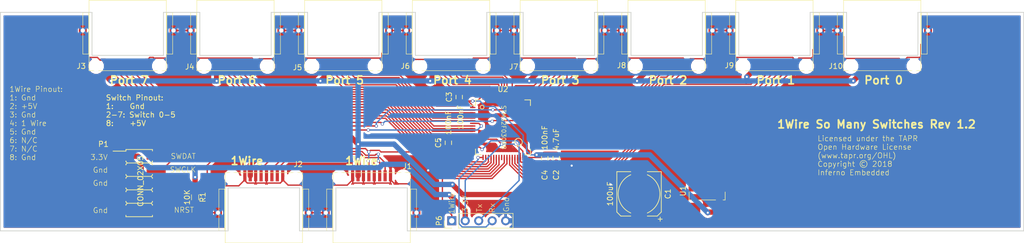
<source format=kicad_pcb>
(kicad_pcb (version 20171130) (host pcbnew "(5.0.1)-3")
  (title_block (title "1Wire So Many Switches") (date 2018-12-23) (rev 1.2) (company "Inferno Embedded") (comment 1 "Licensed under the TAPR Open Hardware License (www.tapr.org/OHL)") (comment 2 "Copyright © 2018 Inferno Embedded"))
  (layers (0 F.Cu signal) (31 B.Cu signal) (34 B.Paste user) (35 F.Paste user) (36 B.SilkS user) (37 F.SilkS user) (38 B.Mask user) (39 F.Mask user) (44 Edge.Cuts user))
  (net 0 "")
  (net 1 +5V)
  (net 2 GND)
  (net 3 +3V3)
  (net 4 "Net-(J1-Pad7)")
  (net 5 "Net-(J1-Pad6)")
  (net 6 /1W-DATA)
  (net 7 "Net-(P1-Pad10)")
  (net 8 /J3_5)
  (net 9 /J3_4)
  (net 10 /J3_3)
  (net 11 /J3_2)
  (net 12 /J3_1)
  (net 13 /J3_0)
  (net 14 /J4_5)
  (net 15 /J4_4)
  (net 16 /J4_3)
  (net 17 /J4_2)
  (net 18 /J4_1)
  (net 19 /J4_0)
  (net 20 /J5_5)
  (net 21 /J5_4)
  (net 22 /J5_3)
  (net 23 /J5_2)
  (net 24 /J5_1)
  (net 25 /J5_0)
  (net 26 /J6_5)
  (net 27 /J6_4)
  (net 28 /J6_3)
  (net 29 /J6_2)
  (net 30 /J6_1)
  (net 31 /J6_0)
  (net 32 /J7_5)
  (net 33 /J7_4)
  (net 34 /J7_3)
  (net 35 /J7_2)
  (net 36 /J7_1)
  (net 37 /J7_0)
  (net 38 /J8_5)
  (net 39 /J8_4)
  (net 40 /J8_3)
  (net 41 /J8_2)
  (net 42 /J8_1)
  (net 43 /J8_0)
  (net 44 /J9_5)
  (net 45 /J9_4)
  (net 46 /J9_3)
  (net 47 /J9_2)
  (net 48 /J9_1)
  (net 49 /J9_0)
  (net 50 /J10_5)
  (net 51 /J10_4)
  (net 52 /J10_3)
  (net 53 /J10_2)
  (net 54 /J10_1)
  (net 55 /J10_0)
  (net 56 /UART_TX)
  (net 57 /UART_RX)
  (net 58 "Net-(J7-Pad8)")
  (net 59 "Net-(P1-Pad7)")
  (net 60 "Net-(P1-Pad8)")
  (net 61 "Net-(P1-Pad6)")
  (net 62 "Net-(U2-Pad24)")
  (net 63 "Net-(U2-Pad61)")
  (net 64 "Net-(U2-Pad62)")
  (module RJ45:RJ45-ChinaSMD (layer F.Cu) (at 53.34 70.485)
    (fp_text reference J3 (at -1.397 -0.762) (layer F.SilkS))
    (fp_text value RJ45)
    (pad 9 smd rect (at 16 -7.5) (size 1.5 4) (layers F.Cu F.Paste F.Mask) (net 2 GND))
    (pad 9 thru_hole circle (at 16 -7.5) (size 0.9 0.9) (drill 0.8) (layers *.Cu *.Mask) (net 2 GND))
    (pad "" np_thru_hole circle (at 13.4 -0.76) (size 1.9 1.9) (drill 1.9) (layers *.Cu *.Mask))
    (pad "" np_thru_hole circle (at 1.41 -0.76) (size 1.9 1.9) (drill 1.9) (layers *.Cu *.Mask))
    (pad 8 smd rect (at 3.8 -0.52) (size 0.6 2.1) (layers F.Cu F.Paste F.Mask) (net 1 +5V))
    (pad 7 smd rect (at 4.82 -0.52) (size 0.6 2.1) (layers F.Cu F.Paste F.Mask) (net 8 /J3_5))
    (pad 6 smd rect (at 5.84 -0.52) (size 0.6 2.1) (layers F.Cu F.Paste F.Mask) (net 9 /J3_4))
    (pad 5 smd rect (at 6.86 -0.52) (size 0.6 2.1) (layers F.Cu F.Paste F.Mask) (net 10 /J3_3))
    (pad 4 smd rect (at 7.88 -0.52) (size 0.6 2.1) (layers F.Cu F.Paste F.Mask) (net 11 /J3_2))
    (pad 3 smd rect (at 8.9 -0.52) (size 0.6 2.1) (layers F.Cu F.Paste F.Mask) (net 12 /J3_1))
    (pad 2 smd rect (at 9.92 -0.52) (size 0.6 2.1) (layers F.Cu F.Paste F.Mask) (net 13 /J3_0))
    (pad 1 smd rect (at 10.94 -0.52) (size 0.6 2.1) (layers F.Cu F.Paste F.Mask) (net 2 GND))
    (pad 9 thru_hole circle (at -1.1 -7.5) (size 0.9 0.9) (drill 0.8) (layers *.Cu *.Mask) (net 2 GND))
    (pad 9 smd rect (at -1.1 -7.5) (size 1.5 4) (layers F.Cu F.Paste F.Mask) (net 2 GND))
  )
  (module Pin_Headers:Pin_Header_Straight_SMT_02x05 (layer F.Cu) (at 62.865 91.821 270)
    (fp_text reference P1 (at -7.366 6.731) (layer F.SilkS))
    (fp_text value CONN_02X05 (at -0.381 -0.254 90) (layer F.SilkS))
    (pad 1 smd rect (at -5.08 3.2 270) (size 1.27 3.6) (layers F.Cu F.Paste F.Mask) (net 3 +3V3))
    (pad 3 smd rect (at -2.54 3.2 270) (size 1.27 3.6) (layers F.Cu F.Paste F.Mask) (net 2 GND))
    (pad 5 smd rect (at 0 3.2 270) (size 1.27 3.6) (layers F.Cu F.Paste F.Mask) (net 2 GND))
    (pad 7 smd rect (at 2.54 3.2 270) (size 1.27 3.6) (layers F.Cu F.Paste F.Mask) (net 59 "Net-(P1-Pad7)"))
    (pad 8 smd rect (at 2.54 -3.2 270) (size 1.27 3.6) (layers F.Cu F.Paste F.Mask) (net 60 "Net-(P1-Pad8)"))
    (pad 6 smd rect (at 0 -3.2 270) (size 1.27 3.6) (layers F.Cu F.Paste F.Mask) (net 61 "Net-(P1-Pad6)"))
    (pad 4 smd rect (at -2.54 -3.2 270) (size 1.27 3.6) (layers F.Cu F.Paste F.Mask) (net 35 /J7_2))
    (pad 2 smd rect (at -5.08 -3.2 270) (size 1.27 3.6) (layers F.Cu F.Paste F.Mask) (net 38 /J8_5))
    (pad 9 smd rect (at 5.08 3.2 270) (size 1.27 3.6) (layers F.Cu F.Paste F.Mask) (net 2 GND))
    (pad 10 smd rect (at 5.08 -3.2 270) (size 1.27 3.6) (layers F.Cu F.Paste F.Mask) (net 7 "Net-(P1-Pad10)"))
  )
  (module Housings_QFP:LQFP-64_10x10mm_Pitch0.5mm (layer F.Cu) (at 131.445 81.28)
    (fp_text reference U2 (at 0 -7.2) (layer F.SilkS))
    (fp_text value STM32F030R8 (at 0.127 0 -90 unlocked) (layer F.SilkS) (effects (font (size 0.8 0.8) (thickness 0.1))))
    (pad 1 smd rect (at -5.7 -3.75) (size 1 0.25) (layers F.Cu F.Paste F.Mask) (net 3 +3V3))
    (pad 2 smd rect (at -5.7 -3.25) (size 1 0.25) (layers F.Cu F.Paste F.Mask) (net 25 /J5_0))
    (pad 3 smd rect (at -5.7 -2.75) (size 1 0.25) (layers F.Cu F.Paste F.Mask) (net 24 /J5_1))
    (pad 4 smd rect (at -5.7 -2.25) (size 1 0.25) (layers F.Cu F.Paste F.Mask) (net 23 /J5_2))
    (pad 5 smd rect (at -5.7 -1.75) (size 1 0.25) (layers F.Cu F.Paste F.Mask) (net 22 /J5_3))
    (pad 6 smd rect (at -5.7 -1.25) (size 1 0.25) (layers F.Cu F.Paste F.Mask) (net 21 /J5_4))
    (pad 7 smd rect (at -5.7 -0.75) (size 1 0.25) (layers F.Cu F.Paste F.Mask) (net 7 "Net-(P1-Pad10)"))
    (pad 8 smd rect (at -5.7 -0.25) (size 1 0.25) (layers F.Cu F.Paste F.Mask) (net 20 /J5_5))
    (pad 9 smd rect (at -5.7 0.25) (size 1 0.25) (layers F.Cu F.Paste F.Mask) (net 19 /J4_0))
    (pad 10 smd rect (at -5.7 0.75) (size 1 0.25) (layers F.Cu F.Paste F.Mask) (net 18 /J4_1))
    (pad 11 smd rect (at -5.7 1.25) (size 1 0.25) (layers F.Cu F.Paste F.Mask) (net 17 /J4_2))
    (pad 12 smd rect (at -5.7 1.75) (size 1 0.25) (layers F.Cu F.Paste F.Mask) (net 2 GND))
    (pad 13 smd rect (at -5.7 2.25) (size 1 0.25) (layers F.Cu F.Paste F.Mask) (net 3 +3V3))
    (pad 14 smd rect (at -5.7 2.75) (size 1 0.25) (layers F.Cu F.Paste F.Mask) (net 16 /J4_3))
    (pad 15 smd rect (at -5.7 3.25) (size 1 0.25) (layers F.Cu F.Paste F.Mask) (net 15 /J4_4))
    (pad 16 smd rect (at -5.7 3.75) (size 1 0.25) (layers F.Cu F.Paste F.Mask) (net 56 /UART_TX))
    (pad 17 smd rect (at -3.75 5.7 90) (size 1 0.25) (layers F.Cu F.Paste F.Mask) (net 57 /UART_RX))
    (pad 18 smd rect (at -3.25 5.7 90) (size 1 0.25) (layers F.Cu F.Paste F.Mask) (net 14 /J4_5))
    (pad 19 smd rect (at -2.75 5.7 90) (size 1 0.25) (layers F.Cu F.Paste F.Mask) (net 13 /J3_0))
    (pad 20 smd rect (at -2.25 5.7 90) (size 1 0.25) (layers F.Cu F.Paste F.Mask) (net 12 /J3_1))
    (pad 21 smd rect (at -1.75 5.7 90) (size 1 0.25) (layers F.Cu F.Paste F.Mask) (net 11 /J3_2))
    (pad 22 smd rect (at -1.25 5.7 90) (size 1 0.25) (layers F.Cu F.Paste F.Mask) (net 10 /J3_3))
    (pad 23 smd rect (at -0.75 5.7 90) (size 1 0.25) (layers F.Cu F.Paste F.Mask) (net 9 /J3_4))
    (pad 24 smd rect (at -0.25 5.7 90) (size 1 0.25) (layers F.Cu F.Paste F.Mask) (net 62 "Net-(U2-Pad24)"))
    (pad 25 smd rect (at 0.25 5.7 90) (size 1 0.25) (layers F.Cu F.Paste F.Mask) (net 8 /J3_5))
    (pad 26 smd rect (at 0.75 5.7 90) (size 1 0.25) (layers F.Cu F.Paste F.Mask) (net 6 /1W-DATA))
    (pad 27 smd rect (at 1.25 5.7 90) (size 1 0.25) (layers F.Cu F.Paste F.Mask) (net 55 /J10_0))
    (pad 28 smd rect (at 1.75 5.7 90) (size 1 0.25) (layers F.Cu F.Paste F.Mask) (net 54 /J10_1))
    (pad 29 smd rect (at 2.25 5.7 90) (size 1 0.25) (layers F.Cu F.Paste F.Mask) (net 53 /J10_2))
    (pad 30 smd rect (at 2.75 5.7 90) (size 1 0.25) (layers F.Cu F.Paste F.Mask) (net 52 /J10_3))
    (pad 31 smd rect (at 3.25 5.7 90) (size 1 0.25) (layers F.Cu F.Paste F.Mask) (net 2 GND))
    (pad 32 smd rect (at 3.75 5.7 90) (size 1 0.25) (layers F.Cu F.Paste F.Mask) (net 3 +3V3))
    (pad 33 smd rect (at 5.7 3.75) (size 1 0.25) (layers F.Cu F.Paste F.Mask) (net 51 /J10_4))
    (pad 34 smd rect (at 5.7 3.25) (size 1 0.25) (layers F.Cu F.Paste F.Mask) (net 50 /J10_5))
    (pad 35 smd rect (at 5.7 2.75) (size 1 0.25) (layers F.Cu F.Paste F.Mask) (net 49 /J9_0))
    (pad 36 smd rect (at 5.7 2.25) (size 1 0.25) (layers F.Cu F.Paste F.Mask) (net 48 /J9_1))
    (pad 37 smd rect (at 5.7 1.75) (size 1 0.25) (layers F.Cu F.Paste F.Mask) (net 47 /J9_2))
    (pad 38 smd rect (at 5.7 1.25) (size 1 0.25) (layers F.Cu F.Paste F.Mask) (net 46 /J9_3))
    (pad 39 smd rect (at 5.7 0.75) (size 1 0.25) (layers F.Cu F.Paste F.Mask) (net 45 /J9_4))
    (pad 40 smd rect (at 5.7 0.25) (size 1 0.25) (layers F.Cu F.Paste F.Mask) (net 44 /J9_5))
    (pad 41 smd rect (at 5.7 -0.25) (size 1 0.25) (layers F.Cu F.Paste F.Mask) (net 43 /J8_0))
    (pad 42 smd rect (at 5.7 -0.75) (size 1 0.25) (layers F.Cu F.Paste F.Mask) (net 42 /J8_1))
    (pad 43 smd rect (at 5.7 -1.25) (size 1 0.25) (layers F.Cu F.Paste F.Mask) (net 41 /J8_2))
    (pad 44 smd rect (at 5.7 -1.75) (size 1 0.25) (layers F.Cu F.Paste F.Mask) (net 40 /J8_3))
    (pad 45 smd rect (at 5.7 -2.25) (size 1 0.25) (layers F.Cu F.Paste F.Mask) (net 39 /J8_4))
    (pad 46 smd rect (at 5.7 -2.75) (size 1 0.25) (layers F.Cu F.Paste F.Mask) (net 38 /J8_5))
    (pad 47 smd rect (at 5.7 -3.25) (size 1 0.25) (layers F.Cu F.Paste F.Mask) (net 37 /J7_0))
    (pad 48 smd rect (at 5.7 -3.75) (size 1 0.25) (layers F.Cu F.Paste F.Mask) (net 36 /J7_1))
    (pad 49 smd rect (at 3.75 -5.7 90) (size 1 0.25) (layers F.Cu F.Paste F.Mask) (net 35 /J7_2))
    (pad 50 smd rect (at 3.25 -5.7 90) (size 1 0.25) (layers F.Cu F.Paste F.Mask) (net 34 /J7_3))
    (pad 51 smd rect (at 2.75 -5.7 90) (size 1 0.25) (layers F.Cu F.Paste F.Mask) (net 33 /J7_4))
    (pad 52 smd rect (at 2.25 -5.7 90) (size 1 0.25) (layers F.Cu F.Paste F.Mask) (net 32 /J7_5))
    (pad 53 smd rect (at 1.75 -5.7 90) (size 1 0.25) (layers F.Cu F.Paste F.Mask) (net 31 /J6_0))
    (pad 54 smd rect (at 1.25 -5.7 90) (size 1 0.25) (layers F.Cu F.Paste F.Mask))
    (pad 55 smd rect (at 0.75 -5.7 90) (size 1 0.25) (layers F.Cu F.Paste F.Mask) (net 30 /J6_1))
    (pad 56 smd rect (at 0.25 -5.7 90) (size 1 0.25) (layers F.Cu F.Paste F.Mask) (net 29 /J6_2))
    (pad 57 smd rect (at -0.25 -5.7 90) (size 1 0.25) (layers F.Cu F.Paste F.Mask) (net 28 /J6_3))
    (pad 58 smd rect (at -0.75 -5.7 90) (size 1 0.25) (layers F.Cu F.Paste F.Mask) (net 27 /J6_4))
    (pad 59 smd rect (at -1.25 -5.7 90) (size 1 0.25) (layers F.Cu F.Paste F.Mask) (net 26 /J6_5))
    (pad 60 smd rect (at -1.75 -5.7 90) (size 1 0.25) (layers F.Cu F.Paste F.Mask) (net 2 GND))
    (pad 61 smd rect (at -2.25 -5.7 90) (size 1 0.25) (layers F.Cu F.Paste F.Mask) (net 63 "Net-(U2-Pad61)"))
    (pad 62 smd rect (at -2.75 -5.7 90) (size 1 0.25) (layers F.Cu F.Paste F.Mask) (net 64 "Net-(U2-Pad62)"))
    (pad 63 smd rect (at -3.25 -5.7 90) (size 1 0.25) (layers F.Cu F.Paste F.Mask) (net 2 GND))
    (pad 64 smd rect (at -3.75 -5.7 90) (size 1 0.25) (layers F.Cu F.Paste F.Mask) (net 3 +3V3))
  )
  (module RJ45:RJ45-ChinaSMD (layer F.Cu) (at 93.726 89.916 180)
    (fp_text reference J2 (at 0.889 1.651 180) (layer F.SilkS))
    (fp_text value RJ45)
    (pad 9 smd rect (at 16 -7.5 180) (size 1.5 4) (layers F.Cu F.Paste F.Mask) (net 2 GND))
    (pad 9 thru_hole circle (at 16 -7.5 180) (size 0.9 0.9) (drill 0.8) (layers *.Cu *.Mask) (net 2 GND))
    (pad "" np_thru_hole circle (at 13.4 -0.76 180) (size 1.9 1.9) (drill 1.9) (layers *.Cu *.Mask))
    (pad "" np_thru_hole circle (at 1.41 -0.76 180) (size 1.9 1.9) (drill 1.9) (layers *.Cu *.Mask))
    (pad 8 smd rect (at 3.8 -0.52 180) (size 0.6 2.1) (layers F.Cu F.Paste F.Mask) (net 2 GND))
    (pad 7 smd rect (at 4.82 -0.52 180) (size 0.6 2.1) (layers F.Cu F.Paste F.Mask) (net 4 "Net-(J1-Pad7)"))
    (pad 6 smd rect (at 5.84 -0.52 180) (size 0.6 2.1) (layers F.Cu F.Paste F.Mask) (net 5 "Net-(J1-Pad6)"))
    (pad 5 smd rect (at 6.86 -0.52 180) (size 0.6 2.1) (layers F.Cu F.Paste F.Mask) (net 2 GND))
    (pad 4 smd rect (at 7.88 -0.52 180) (size 0.6 2.1) (layers F.Cu F.Paste F.Mask) (net 6 /1W-DATA))
    (pad 3 smd rect (at 8.9 -0.52 180) (size 0.6 2.1) (layers F.Cu F.Paste F.Mask) (net 2 GND))
    (pad 2 smd rect (at 9.92 -0.52 180) (size 0.6 2.1) (layers F.Cu F.Paste F.Mask) (net 1 +5V))
    (pad 1 smd rect (at 10.94 -0.52 180) (size 0.6 2.1) (layers F.Cu F.Paste F.Mask) (net 2 GND))
    (pad 9 thru_hole circle (at -1.1 -7.5 180) (size 0.9 0.9) (drill 0.8) (layers *.Cu *.Mask) (net 2 GND))
    (pad 9 smd rect (at -1.1 -7.5 180) (size 1.5 4) (layers F.Cu F.Paste F.Mask) (net 2 GND))
  )
  (module Capacitors_SMD:c_elec_8x6.7 (layer F.Cu) (at 157.099 93.853 90)
    (fp_text reference C1 (at 0 5.4483 90) (layer F.SilkS))
    (fp_text value 100uF (at 0 -5.4483 90) (layer F.SilkS))
    (fp_text user + (at -4.7752 3.9116 90) (layer F.SilkS))
    (pad 1 smd rect (at -3.05 0 270) (size 4 2.5) (layers F.Cu F.Paste F.Mask) (net 1 +5V))
    (pad 2 smd rect (at 3.05 0 270) (size 4 2.5) (layers F.Cu F.Paste F.Mask) (net 2 GND))
  )
  (module Capacitors_SMD:C_0603 (layer F.Cu) (at 141.478 87.122 270)
    (fp_text reference C2 (at 3.175 0 270) (layer F.SilkS))
    (fp_text value 4.7uF (at -3.556 0 270) (layer F.SilkS))
    (pad 1 smd rect (at -0.75 0 270) (size 0.8 0.75) (layers F.Cu F.Paste F.Mask) (net 3 +3V3))
    (pad 2 smd rect (at 0.75 0 270) (size 0.8 0.75) (layers F.Cu F.Paste F.Mask) (net 2 GND))
  )
  (module Capacitors_SMD:C_0603 (layer F.Cu) (at 123.19 75.565 90)
    (fp_text reference C3 (at 0 -1.9 90) (layer F.SilkS))
    (fp_text value 100nF (at -3.81 0.254 90) (layer F.SilkS))
    (pad 1 smd rect (at -0.75 0 90) (size 0.8 0.75) (layers F.Cu F.Paste F.Mask) (net 3 +3V3))
    (pad 2 smd rect (at 0.75 0 90) (size 0.8 0.75) (layers F.Cu F.Paste F.Mask) (net 2 GND))
  )
  (module Capacitors_SMD:C_0603 (layer F.Cu) (at 139.319 87.122 270)
    (fp_text reference C4 (at 3.175 0 270) (layer F.SilkS))
    (fp_text value 100nF (at -3.8735 0 270) (layer F.SilkS))
    (pad 1 smd rect (at -0.75 0 270) (size 0.8 0.75) (layers F.Cu F.Paste F.Mask) (net 3 +3V3))
    (pad 2 smd rect (at 0.75 0 270) (size 0.8 0.75) (layers F.Cu F.Paste F.Mask) (net 2 GND))
  )
  (module Capacitors_SMD:C_0603 (layer F.Cu) (at 121.158 84.201 90)
    (fp_text reference C5 (at 0 -1.9 90) (layer F.SilkS))
    (fp_text value 100nF (at 3.81 0 90) (layer F.SilkS))
    (pad 1 smd rect (at -0.75 0 90) (size 0.8 0.75) (layers F.Cu F.Paste F.Mask) (net 3 +3V3))
    (pad 2 smd rect (at 0.75 0 90) (size 0.8 0.75) (layers F.Cu F.Paste F.Mask) (net 2 GND))
  )
  (module RJ45:RJ45-ChinaSMD (layer F.Cu) (at 114.046 89.916 180)
    (fp_text reference J1 (at 0.635 1.27 180) (layer F.SilkS))
    (fp_text value RJ45)
    (pad 9 smd rect (at 16 -7.5 180) (size 1.5 4) (layers F.Cu F.Paste F.Mask) (net 2 GND))
    (pad 9 thru_hole circle (at 16 -7.5 180) (size 0.9 0.9) (drill 0.8) (layers *.Cu *.Mask) (net 2 GND))
    (pad "" np_thru_hole circle (at 13.4 -0.76 180) (size 1.9 1.9) (drill 1.9) (layers *.Cu *.Mask))
    (pad "" np_thru_hole circle (at 1.41 -0.76 180) (size 1.9 1.9) (drill 1.9) (layers *.Cu *.Mask))
    (pad 8 smd rect (at 3.8 -0.52 180) (size 0.6 2.1) (layers F.Cu F.Paste F.Mask) (net 2 GND))
    (pad 7 smd rect (at 4.82 -0.52 180) (size 0.6 2.1) (layers F.Cu F.Paste F.Mask) (net 4 "Net-(J1-Pad7)"))
    (pad 6 smd rect (at 5.84 -0.52 180) (size 0.6 2.1) (layers F.Cu F.Paste F.Mask) (net 5 "Net-(J1-Pad6)"))
    (pad 5 smd rect (at 6.86 -0.52 180) (size 0.6 2.1) (layers F.Cu F.Paste F.Mask) (net 2 GND))
    (pad 4 smd rect (at 7.88 -0.52 180) (size 0.6 2.1) (layers F.Cu F.Paste F.Mask) (net 6 /1W-DATA))
    (pad 3 smd rect (at 8.9 -0.52 180) (size 0.6 2.1) (layers F.Cu F.Paste F.Mask) (net 2 GND))
    (pad 2 smd rect (at 9.92 -0.52 180) (size 0.6 2.1) (layers F.Cu F.Paste F.Mask) (net 1 +5V))
    (pad 1 smd rect (at 10.94 -0.52 180) (size 0.6 2.1) (layers F.Cu F.Paste F.Mask) (net 2 GND))
    (pad 9 thru_hole circle (at -1.1 -7.5 180) (size 0.9 0.9) (drill 0.8) (layers *.Cu *.Mask) (net 2 GND))
    (pad 9 smd rect (at -1.1 -7.5 180) (size 1.5 4) (layers F.Cu F.Paste F.Mask) (net 2 GND))
  )
  (module RJ45:RJ45-ChinaSMD (layer F.Cu) (at 73.66 70.485)
    (fp_text reference J4 (at -1.27 -0.635) (layer F.SilkS))
    (fp_text value RJ45)
    (pad 9 smd rect (at 16 -7.5) (size 1.5 4) (layers F.Cu F.Paste F.Mask) (net 2 GND))
    (pad 9 thru_hole circle (at 16 -7.5) (size 0.9 0.9) (drill 0.8) (layers *.Cu *.Mask) (net 2 GND))
    (pad "" np_thru_hole circle (at 13.4 -0.76) (size 1.9 1.9) (drill 1.9) (layers *.Cu *.Mask))
    (pad "" np_thru_hole circle (at 1.41 -0.76) (size 1.9 1.9) (drill 1.9) (layers *.Cu *.Mask))
    (pad 8 smd rect (at 3.8 -0.52) (size 0.6 2.1) (layers F.Cu F.Paste F.Mask) (net 1 +5V))
    (pad 7 smd rect (at 4.82 -0.52) (size 0.6 2.1) (layers F.Cu F.Paste F.Mask) (net 14 /J4_5))
    (pad 6 smd rect (at 5.84 -0.52) (size 0.6 2.1) (layers F.Cu F.Paste F.Mask) (net 15 /J4_4))
    (pad 5 smd rect (at 6.86 -0.52) (size 0.6 2.1) (layers F.Cu F.Paste F.Mask) (net 16 /J4_3))
    (pad 4 smd rect (at 7.88 -0.52) (size 0.6 2.1) (layers F.Cu F.Paste F.Mask) (net 17 /J4_2))
    (pad 3 smd rect (at 8.9 -0.52) (size 0.6 2.1) (layers F.Cu F.Paste F.Mask) (net 18 /J4_1))
    (pad 2 smd rect (at 9.92 -0.52) (size 0.6 2.1) (layers F.Cu F.Paste F.Mask) (net 19 /J4_0))
    (pad 1 smd rect (at 10.94 -0.52) (size 0.6 2.1) (layers F.Cu F.Paste F.Mask) (net 2 GND))
    (pad 9 thru_hole circle (at -1.1 -7.5) (size 0.9 0.9) (drill 0.8) (layers *.Cu *.Mask) (net 2 GND))
    (pad 9 smd rect (at -1.1 -7.5) (size 1.5 4) (layers F.Cu F.Paste F.Mask) (net 2 GND))
  )
  (module RJ45:RJ45-ChinaSMD (layer F.Cu) (at 93.98 70.485)
    (fp_text reference J5 (at -1.27 -0.508) (layer F.SilkS))
    (fp_text value RJ45)
    (pad 9 smd rect (at 16 -7.5) (size 1.5 4) (layers F.Cu F.Paste F.Mask) (net 2 GND))
    (pad 9 thru_hole circle (at 16 -7.5) (size 0.9 0.9) (drill 0.8) (layers *.Cu *.Mask) (net 2 GND))
    (pad "" np_thru_hole circle (at 13.4 -0.76) (size 1.9 1.9) (drill 1.9) (layers *.Cu *.Mask))
    (pad "" np_thru_hole circle (at 1.41 -0.76) (size 1.9 1.9) (drill 1.9) (layers *.Cu *.Mask))
    (pad 8 smd rect (at 3.8 -0.52) (size 0.6 2.1) (layers F.Cu F.Paste F.Mask) (net 1 +5V))
    (pad 7 smd rect (at 4.82 -0.52) (size 0.6 2.1) (layers F.Cu F.Paste F.Mask) (net 20 /J5_5))
    (pad 6 smd rect (at 5.84 -0.52) (size 0.6 2.1) (layers F.Cu F.Paste F.Mask) (net 21 /J5_4))
    (pad 5 smd rect (at 6.86 -0.52) (size 0.6 2.1) (layers F.Cu F.Paste F.Mask) (net 22 /J5_3))
    (pad 4 smd rect (at 7.88 -0.52) (size 0.6 2.1) (layers F.Cu F.Paste F.Mask) (net 23 /J5_2))
    (pad 3 smd rect (at 8.9 -0.52) (size 0.6 2.1) (layers F.Cu F.Paste F.Mask) (net 24 /J5_1))
    (pad 2 smd rect (at 9.92 -0.52) (size 0.6 2.1) (layers F.Cu F.Paste F.Mask) (net 25 /J5_0))
    (pad 1 smd rect (at 10.94 -0.52) (size 0.6 2.1) (layers F.Cu F.Paste F.Mask) (net 2 GND))
    (pad 9 thru_hole circle (at -1.1 -7.5) (size 0.9 0.9) (drill 0.8) (layers *.Cu *.Mask) (net 2 GND))
    (pad 9 smd rect (at -1.1 -7.5) (size 1.5 4) (layers F.Cu F.Paste F.Mask) (net 2 GND))
  )
  (module RJ45:RJ45-ChinaSMD (layer F.Cu) (at 114.3 70.485)
    (fp_text reference J6 (at -1.27 -0.762) (layer F.SilkS))
    (fp_text value RJ45)
    (pad 9 smd rect (at 16 -7.5) (size 1.5 4) (layers F.Cu F.Paste F.Mask) (net 2 GND))
    (pad 9 thru_hole circle (at 16 -7.5) (size 0.9 0.9) (drill 0.8) (layers *.Cu *.Mask) (net 2 GND))
    (pad "" np_thru_hole circle (at 13.4 -0.76) (size 1.9 1.9) (drill 1.9) (layers *.Cu *.Mask))
    (pad "" np_thru_hole circle (at 1.41 -0.76) (size 1.9 1.9) (drill 1.9) (layers *.Cu *.Mask))
    (pad 8 smd rect (at 3.8 -0.52) (size 0.6 2.1) (layers F.Cu F.Paste F.Mask) (net 1 +5V))
    (pad 7 smd rect (at 4.82 -0.52) (size 0.6 2.1) (layers F.Cu F.Paste F.Mask) (net 26 /J6_5))
    (pad 6 smd rect (at 5.84 -0.52) (size 0.6 2.1) (layers F.Cu F.Paste F.Mask) (net 27 /J6_4))
    (pad 5 smd rect (at 6.86 -0.52) (size 0.6 2.1) (layers F.Cu F.Paste F.Mask) (net 28 /J6_3))
    (pad 4 smd rect (at 7.88 -0.52) (size 0.6 2.1) (layers F.Cu F.Paste F.Mask) (net 29 /J6_2))
    (pad 3 smd rect (at 8.9 -0.52) (size 0.6 2.1) (layers F.Cu F.Paste F.Mask) (net 30 /J6_1))
    (pad 2 smd rect (at 9.92 -0.52) (size 0.6 2.1) (layers F.Cu F.Paste F.Mask) (net 31 /J6_0))
    (pad 1 smd rect (at 10.94 -0.52) (size 0.6 2.1) (layers F.Cu F.Paste F.Mask) (net 2 GND))
    (pad 9 thru_hole circle (at -1.1 -7.5) (size 0.9 0.9) (drill 0.8) (layers *.Cu *.Mask) (net 2 GND))
    (pad 9 smd rect (at -1.1 -7.5) (size 1.5 4) (layers F.Cu F.Paste F.Mask) (net 2 GND))
  )
  (module RJ45:RJ45-ChinaSMD (layer F.Cu) (at 134.62 70.485)
    (fp_text reference J7 (at -1.143 -0.635) (layer F.SilkS))
    (fp_text value RJ45)
    (pad 9 smd rect (at 16 -7.5) (size 1.5 4) (layers F.Cu F.Paste F.Mask) (net 2 GND))
    (pad 9 thru_hole circle (at 16 -7.5) (size 0.9 0.9) (drill 0.8) (layers *.Cu *.Mask) (net 2 GND))
    (pad "" np_thru_hole circle (at 13.4 -0.76) (size 1.9 1.9) (drill 1.9) (layers *.Cu *.Mask))
    (pad "" np_thru_hole circle (at 1.41 -0.76) (size 1.9 1.9) (drill 1.9) (layers *.Cu *.Mask))
    (pad 8 smd rect (at 3.8 -0.52) (size 0.6 2.1) (layers F.Cu F.Paste F.Mask) (net 58 "Net-(J7-Pad8)"))
    (pad 7 smd rect (at 4.82 -0.52) (size 0.6 2.1) (layers F.Cu F.Paste F.Mask) (net 32 /J7_5))
    (pad 6 smd rect (at 5.84 -0.52) (size 0.6 2.1) (layers F.Cu F.Paste F.Mask) (net 33 /J7_4))
    (pad 5 smd rect (at 6.86 -0.52) (size 0.6 2.1) (layers F.Cu F.Paste F.Mask) (net 34 /J7_3))
    (pad 4 smd rect (at 7.88 -0.52) (size 0.6 2.1) (layers F.Cu F.Paste F.Mask) (net 35 /J7_2))
    (pad 3 smd rect (at 8.9 -0.52) (size 0.6 2.1) (layers F.Cu F.Paste F.Mask) (net 36 /J7_1))
    (pad 2 smd rect (at 9.92 -0.52) (size 0.6 2.1) (layers F.Cu F.Paste F.Mask) (net 37 /J7_0))
    (pad 1 smd rect (at 10.94 -0.52) (size 0.6 2.1) (layers F.Cu F.Paste F.Mask) (net 2 GND))
    (pad 9 thru_hole circle (at -1.1 -7.5) (size 0.9 0.9) (drill 0.8) (layers *.Cu *.Mask) (net 2 GND))
    (pad 9 smd rect (at -1.1 -7.5) (size 1.5 4) (layers F.Cu F.Paste F.Mask) (net 2 GND))
  )
  (module RJ45:RJ45-ChinaSMD (layer F.Cu) (at 154.94 70.485)
    (fp_text reference J8 (at -1.143 -0.889) (layer F.SilkS))
    (fp_text value RJ45)
    (pad 9 smd rect (at 16 -7.5) (size 1.5 4) (layers F.Cu F.Paste F.Mask) (net 2 GND))
    (pad 9 thru_hole circle (at 16 -7.5) (size 0.9 0.9) (drill 0.8) (layers *.Cu *.Mask) (net 2 GND))
    (pad "" np_thru_hole circle (at 13.4 -0.76) (size 1.9 1.9) (drill 1.9) (layers *.Cu *.Mask))
    (pad "" np_thru_hole circle (at 1.41 -0.76) (size 1.9 1.9) (drill 1.9) (layers *.Cu *.Mask))
    (pad 8 smd rect (at 3.8 -0.52) (size 0.6 2.1) (layers F.Cu F.Paste F.Mask) (net 58 "Net-(J7-Pad8)"))
    (pad 7 smd rect (at 4.82 -0.52) (size 0.6 2.1) (layers F.Cu F.Paste F.Mask) (net 38 /J8_5))
    (pad 6 smd rect (at 5.84 -0.52) (size 0.6 2.1) (layers F.Cu F.Paste F.Mask) (net 39 /J8_4))
    (pad 5 smd rect (at 6.86 -0.52) (size 0.6 2.1) (layers F.Cu F.Paste F.Mask) (net 40 /J8_3))
    (pad 4 smd rect (at 7.88 -0.52) (size 0.6 2.1) (layers F.Cu F.Paste F.Mask) (net 41 /J8_2))
    (pad 3 smd rect (at 8.9 -0.52) (size 0.6 2.1) (layers F.Cu F.Paste F.Mask) (net 42 /J8_1))
    (pad 2 smd rect (at 9.92 -0.52) (size 0.6 2.1) (layers F.Cu F.Paste F.Mask) (net 43 /J8_0))
    (pad 1 smd rect (at 10.94 -0.52) (size 0.6 2.1) (layers F.Cu F.Paste F.Mask) (net 2 GND))
    (pad 9 thru_hole circle (at -1.1 -7.5) (size 0.9 0.9) (drill 0.8) (layers *.Cu *.Mask) (net 2 GND))
    (pad 9 smd rect (at -1.1 -7.5) (size 1.5 4) (layers F.Cu F.Paste F.Mask) (net 2 GND))
  )
  (module RJ45:RJ45-ChinaSMD (layer F.Cu) (at 175.26 70.485)
    (fp_text reference J9 (at -1.143 -0.889) (layer F.SilkS))
    (fp_text value RJ45)
    (pad 9 smd rect (at 16 -7.5) (size 1.5 4) (layers F.Cu F.Paste F.Mask) (net 2 GND))
    (pad 9 thru_hole circle (at 16 -7.5) (size 0.9 0.9) (drill 0.8) (layers *.Cu *.Mask) (net 2 GND))
    (pad "" np_thru_hole circle (at 13.4 -0.76) (size 1.9 1.9) (drill 1.9) (layers *.Cu *.Mask))
    (pad "" np_thru_hole circle (at 1.41 -0.76) (size 1.9 1.9) (drill 1.9) (layers *.Cu *.Mask))
    (pad 8 smd rect (at 3.8 -0.52) (size 0.6 2.1) (layers F.Cu F.Paste F.Mask) (net 1 +5V))
    (pad 7 smd rect (at 4.82 -0.52) (size 0.6 2.1) (layers F.Cu F.Paste F.Mask) (net 44 /J9_5))
    (pad 6 smd rect (at 5.84 -0.52) (size 0.6 2.1) (layers F.Cu F.Paste F.Mask) (net 45 /J9_4))
    (pad 5 smd rect (at 6.86 -0.52) (size 0.6 2.1) (layers F.Cu F.Paste F.Mask) (net 46 /J9_3))
    (pad 4 smd rect (at 7.88 -0.52) (size 0.6 2.1) (layers F.Cu F.Paste F.Mask) (net 47 /J9_2))
    (pad 3 smd rect (at 8.9 -0.52) (size 0.6 2.1) (layers F.Cu F.Paste F.Mask) (net 48 /J9_1))
    (pad 2 smd rect (at 9.92 -0.52) (size 0.6 2.1) (layers F.Cu F.Paste F.Mask) (net 49 /J9_0))
    (pad 1 smd rect (at 10.94 -0.52) (size 0.6 2.1) (layers F.Cu F.Paste F.Mask) (net 2 GND))
    (pad 9 thru_hole circle (at -1.1 -7.5) (size 0.9 0.9) (drill 0.8) (layers *.Cu *.Mask) (net 2 GND))
    (pad 9 smd rect (at -1.1 -7.5) (size 1.5 4) (layers F.Cu F.Paste F.Mask) (net 2 GND))
  )
  (module RJ45:RJ45-ChinaSMD (layer F.Cu) (at 195.58 70.485)
    (fp_text reference J10 (at -1.397 -0.762) (layer F.SilkS))
    (fp_text value RJ45)
    (pad 9 smd rect (at 16 -7.5) (size 1.5 4) (layers F.Cu F.Paste F.Mask) (net 2 GND))
    (pad 9 thru_hole circle (at 16 -7.5) (size 0.9 0.9) (drill 0.8) (layers *.Cu *.Mask) (net 2 GND))
    (pad "" np_thru_hole circle (at 13.4 -0.76) (size 1.9 1.9) (drill 1.9) (layers *.Cu *.Mask))
    (pad "" np_thru_hole circle (at 1.41 -0.76) (size 1.9 1.9) (drill 1.9) (layers *.Cu *.Mask))
    (pad 8 smd rect (at 3.8 -0.52) (size 0.6 2.1) (layers F.Cu F.Paste F.Mask) (net 1 +5V))
    (pad 7 smd rect (at 4.82 -0.52) (size 0.6 2.1) (layers F.Cu F.Paste F.Mask) (net 50 /J10_5))
    (pad 6 smd rect (at 5.84 -0.52) (size 0.6 2.1) (layers F.Cu F.Paste F.Mask) (net 51 /J10_4))
    (pad 5 smd rect (at 6.86 -0.52) (size 0.6 2.1) (layers F.Cu F.Paste F.Mask) (net 52 /J10_3))
    (pad 4 smd rect (at 7.88 -0.52) (size 0.6 2.1) (layers F.Cu F.Paste F.Mask) (net 53 /J10_2))
    (pad 3 smd rect (at 8.9 -0.52) (size 0.6 2.1) (layers F.Cu F.Paste F.Mask) (net 54 /J10_1))
    (pad 2 smd rect (at 9.92 -0.52) (size 0.6 2.1) (layers F.Cu F.Paste F.Mask) (net 55 /J10_0))
    (pad 1 smd rect (at 10.94 -0.52) (size 0.6 2.1) (layers F.Cu F.Paste F.Mask) (net 2 GND))
    (pad 9 thru_hole circle (at -1.1 -7.5) (size 0.9 0.9) (drill 0.8) (layers *.Cu *.Mask) (net 2 GND))
    (pad 9 smd rect (at -1.1 -7.5) (size 1.5 4) (layers F.Cu F.Paste F.Mask) (net 2 GND))
  )
  (module Resistors_SMD:R_0603 (layer F.Cu) (at 73.406 94.5 270)
    (fp_text reference R1 (at 0 -1.45 270) (layer F.SilkS))
    (fp_text value 10K (at 0 1.5 270) (layer F.SilkS))
    (pad 1 smd rect (at -0.75 0 270) (size 0.5 0.9) (layers F.Cu F.Paste F.Mask) (net 3 +3V3))
    (pad 2 smd rect (at 0.75 0 270) (size 0.5 0.9) (layers F.Cu F.Paste F.Mask) (net 7 "Net-(P1-Pad10)"))
  )
  (module Pin_Headers:Pin_Header_Straight_1x05_Pitch2.54mm (layer F.Cu) (at 121.793 98.933 90)
    (fp_text reference P6 (at 0 -2.39 90) (layer F.SilkS))
    (fp_text value CONN_01X05)
    (pad 1 thru_hole rect (at 0 0 90) (size 1.7 1.7) (drill 1) (layers *.Cu *.Mask) (net 6 /1W-DATA))
    (pad 2 thru_hole oval (at 0 2.54 90) (size 1.7 1.7) (drill 1) (layers *.Cu *.Mask) (net 3 +3V3))
    (pad 3 thru_hole oval (at 0 5.08 90) (size 1.7 1.7) (drill 1) (layers *.Cu *.Mask) (net 56 /UART_TX))
    (pad 4 thru_hole oval (at 0 7.62 90) (size 1.7 1.7) (drill 1) (layers *.Cu *.Mask) (net 57 /UART_RX))
    (pad 5 thru_hole oval (at 0 10.16 90) (size 1.7 1.7) (drill 1) (layers *.Cu *.Mask) (net 2 GND))
  )
  (module TO_SOT_Packages_SMD:TO-252-2Lead (layer F.Cu) (at 169.926 93.599 90)
    (fp_text reference U1 (at 0.3 -4.54 90) (layer F.SilkS))
    (fp_text value LP2950)
    (pad 1 smd rect (at -3.7 -2.29) (size 2 3.5) (layers F.Cu F.Paste F.Mask) (net 1 +5V))
    (pad 3 smd rect (at -3.7 2.29) (size 2 3.5) (layers F.Cu F.Paste F.Mask) (net 3 +3V3))
    (pad 2 smd rect (at 3.7 0.01) (size 7 7) (layers F.Cu F.Paste F.Mask) (net 2 GND))
  )
  (gr_circle (center 134.366 84.074) (end 134.874 84.582) (layer F.SilkS) (width 0.15))
  (gr_circle (center 127.508 77.47) (end 127.762 77.724) (layer F.SilkS) (width 0.15))
  (gr_text "Switch Pinout:\n1:    Gnd\n2-7: Switch 0-5\n8:    +5V" (at 56.515 78.105) (layer F.SilkS) (effects (font (size 1 1)) (justify left)))
  (gr_text 1Wire (at 104.775 87.63) (layer F.SilkS) (effects (font (size 1.5 1.5) (thickness 0.3))))
  (gr_text 1Wire (at 83.185 87.63) (layer F.SilkS) (effects (font (size 1.5 1.5) (thickness 0.3))))
  (gr_text "Port 0" (at 203.2 72.39) (layer F.SilkS) (effects (font (size 1.5 1.5) (thickness 0.3))))
  (gr_text "Port 1" (at 182.88 72.39) (layer F.SilkS) (effects (font (size 1.5 1.5) (thickness 0.3))))
  (gr_text "Port 2" (at 162.56 72.39) (layer F.SilkS) (effects (font (size 1.5 1.5) (thickness 0.3))))
  (gr_text "Port 3" (at 142.24 72.39) (layer F.SilkS) (effects (font (size 1.5 1.5) (thickness 0.3))))
  (gr_text "Port 4" (at 121.92 72.39) (layer F.SilkS) (effects (font (size 1.5 1.5) (thickness 0.3))))
  (gr_text "Port 5" (at 101.6 72.39) (layer F.SilkS) (effects (font (size 1.5 1.5) (thickness 0.3))))
  (gr_text "Port 6" (at 81.28 72.39) (layer F.SilkS) (effects (font (size 1.5 1.5) (thickness 0.3))))
  (gr_text "Port 7" (at 60.96 72.39) (layer F.SilkS) (effects (font (size 1.5 1.5) (thickness 0.3))))
  (gr_text 1Wire (at 121.793 95.631 90) (layer F.SilkS) (effects (font (size 1 1) (thickness 0.1))))
  (gr_line (start 79.629 92.71) (end 93.091 92.71) (angle 90) (layer Edge.Cuts) (width 0.15))
  (gr_line (start 79.629 100.838) (end 79.629 92.71) (angle 90) (layer Edge.Cuts) (width 0.15))
  (gr_line (start 36.703 100.838) (end 79.629 100.838) (angle 90) (layer Edge.Cuts) (width 0.15))
  (gr_line (start 99.949 92.71) (end 113.411 92.71) (angle 90) (layer Edge.Cuts) (width 0.15))
  (gr_line (start 229.616 100.838) (end 229.616 59.563) (angle 90) (layer Edge.Cuts) (width 0.15))
  (gr_line (start 113.411 100.838) (end 229.616 100.838) (angle 90) (layer Edge.Cuts) (width 0.15))
  (gr_line (start 99.949 100.838) (end 99.949 92.71) (angle 90) (layer Edge.Cuts) (width 0.15))
  (gr_line (start 93.091 100.838) (end 99.949 100.838) (angle 90) (layer Edge.Cuts) (width 0.15))
  (gr_line (start 36.703 59.563) (end 36.703 100.838) (angle 90) (layer Edge.Cuts) (width 0.15))
  (gr_line (start 53.975 59.563) (end 36.703 59.563) (angle 90) (layer Edge.Cuts) (width 0.15))
  (gr_line (start 53.975 59.69) (end 53.975 59.563) (angle 90) (layer Edge.Cuts) (width 0.15))
  (gr_line (start 209.677 59.563) (end 229.616 59.563) (angle 90) (layer Edge.Cuts) (width 0.15))
  (gr_line (start 209.677 67.691) (end 209.677 59.563) (angle 90) (layer Edge.Cuts) (width 0.15))
  (gr_line (start 196.215 67.691) (end 209.677 67.691) (angle 90) (layer Edge.Cuts) (width 0.15))
  (gr_line (start 196.215 59.563) (end 196.215 67.691) (angle 90) (layer Edge.Cuts) (width 0.15))
  (gr_line (start 189.357 59.563) (end 196.215 59.563) (angle 90) (layer Edge.Cuts) (width 0.15))
  (gr_line (start 189.357 67.691) (end 189.357 59.563) (angle 90) (layer Edge.Cuts) (width 0.15))
  (gr_line (start 175.895 67.691) (end 189.357 67.691) (angle 90) (layer Edge.Cuts) (width 0.15))
  (gr_line (start 175.895 59.563) (end 175.895 67.691) (angle 90) (layer Edge.Cuts) (width 0.15))
  (gr_line (start 169.037 59.563) (end 175.895 59.563) (angle 90) (layer Edge.Cuts) (width 0.15))
  (gr_line (start 169.037 67.691) (end 169.037 59.563) (angle 90) (layer Edge.Cuts) (width 0.15))
  (gr_line (start 155.575 67.691) (end 169.037 67.691) (angle 90) (layer Edge.Cuts) (width 0.15))
  (gr_line (start 155.575 59.563) (end 155.575 67.691) (angle 90) (layer Edge.Cuts) (width 0.15))
  (gr_line (start 148.717 59.563) (end 155.575 59.563) (angle 90) (layer Edge.Cuts) (width 0.15))
  (gr_line (start 148.717 67.691) (end 148.717 59.563) (angle 90) (layer Edge.Cuts) (width 0.15))
  (gr_line (start 135.255 67.691) (end 148.717 67.691) (angle 90) (layer Edge.Cuts) (width 0.15))
  (gr_line (start 135.255 59.563) (end 135.255 67.691) (angle 90) (layer Edge.Cuts) (width 0.15))
  (gr_line (start 128.397 59.563) (end 135.255 59.563) (angle 90) (layer Edge.Cuts) (width 0.15))
  (gr_line (start 128.397 67.691) (end 128.397 59.563) (angle 90) (layer Edge.Cuts) (width 0.15))
  (gr_line (start 114.935 67.691) (end 128.397 67.691) (angle 90) (layer Edge.Cuts) (width 0.15))
  (gr_line (start 114.935 59.563) (end 114.935 67.691) (angle 90) (layer Edge.Cuts) (width 0.15))
  (gr_line (start 108.077 59.563) (end 114.935 59.563) (angle 90) (layer Edge.Cuts) (width 0.15))
  (gr_line (start 108.077 67.691) (end 108.077 59.563) (angle 90) (layer Edge.Cuts) (width 0.15))
  (gr_line (start 94.615 67.691) (end 108.077 67.691) (angle 90) (layer Edge.Cuts) (width 0.15))
  (gr_line (start 94.615 59.563) (end 94.615 67.691) (angle 90) (layer Edge.Cuts) (width 0.15))
  (gr_line (start 94.107 59.563) (end 94.615 59.563) (angle 90) (layer Edge.Cuts) (width 0.15))
  (gr_line (start 87.757 59.563) (end 94.107 59.563) (angle 90) (layer Edge.Cuts) (width 0.15))
  (gr_line (start 87.757 67.691) (end 87.757 59.563) (angle 90) (layer Edge.Cuts) (width 0.15))
  (gr_line (start 74.295 67.691) (end 87.757 67.691) (angle 90) (layer Edge.Cuts) (width 0.15))
  (gr_line (start 74.295 59.563) (end 74.295 67.691) (angle 90) (layer Edge.Cuts) (width 0.15))
  (gr_line (start 67.437 59.563) (end 74.295 59.563) (angle 90) (layer Edge.Cuts) (width 0.15))
  (gr_line (start 67.437 67.691) (end 67.437 59.563) (angle 90) (layer Edge.Cuts) (width 0.15))
  (gr_line (start 53.975 67.691) (end 67.437 67.691) (angle 90) (layer Edge.Cuts) (width 0.15))
  (gr_line (start 53.975 59.69) (end 53.975 67.691) (angle 90) (layer Edge.Cuts) (width 0.15))
  (gr_text "1Wire Pinout:\n1: Gnd\n2: +5V\n3: Gnd\n4: 1 Wire\n5: Gnd\n6: N/C\n7: N/C\n8: Gnd" (at 38.354 80.518) (layer F.SilkS) (effects (font (size 1 1) (thickness 0.1)) (justify left)))
  (gr_text "1Wire So Many Switches Rev 1.2" (at 201.8665 80.7085) (layer F.SilkS) (effects (font (size 1.5 1.5) (thickness 0.31))))
  (gr_text "Licensed under the TAPR\nOpen Hardware License\n(www.tapr.org/OHL)\nCopyright © 2018\nInferno Embedded " (at 190.6905 86.614) (layer F.SilkS) (effects (font (size 1 1) (thickness 0.1)) (justify left)))
  (gr_text Rx (at 129.413 96.52 90) (layer F.SilkS) (effects (font (size 1 1) (thickness 0.1))))
  (gr_text Tx (at 127 96.52 90) (layer F.SilkS) (effects (font (size 1 1) (thickness 0.1))))
  (gr_text Gnd (at 132.08 95.885 90) (layer F.SilkS) (effects (font (size 1 1) (thickness 0.1))))
  (gr_text 3.3V (at 124.333 95.758 90) (layer F.SilkS) (effects (font (size 1 1) (thickness 0.1))))
  (gr_text NRST (at 71.3105 96.901) (layer F.SilkS) (effects (font (size 1 1) (thickness 0.1))))
  (gr_text SWCLK (at 71.12 89.281) (layer F.SilkS) (effects (font (size 1 1) (thickness 0.1))))
  (gr_text SWDAT (at 71.1835 86.741) (layer F.SilkS) (effects (font (size 1 1) (thickness 0.1))))
  (gr_text Gnd (at 55.5625 96.9645) (layer F.SilkS) (effects (font (size 1 1) (thickness 0.1))))
  (gr_text Gnd (at 55.5625 91.821) (layer F.SilkS) (effects (font (size 1 1) (thickness 0.1))))
  (gr_text Gnd (at 55.5625 89.3445) (layer F.SilkS) (effects (font (size 1 1) (thickness 0.1))))
  (gr_text 3.3V (at 55.3085 86.9315) (layer F.SilkS) (effects (font (size 1 1) (thickness 0.1))))
  (gr_line (start 113.411 92.71) (end 113.411 100.838) (angle 90) (layer Edge.Cuts) (width 0.15))
  (gr_line (start 93.091 92.71) (end 93.091 100.838) (angle 90) (layer Edge.Cuts) (width 0.15))
  (segment (start 118.534998 92.075) (end 121.495736 92.075) (width 1) (layer B.Cu) (net 1))
  (segment (start 110.914998 84.455) (end 118.534998 92.075) (width 1) (layer B.Cu) (net 1))
  (segment (start 104.140004 84.455) (end 110.914998 84.455) (width 1) (layer B.Cu) (net 1))
  (segment (start 121.495736 92.075) (end 121.92 92.075) (width 1) (layer B.Cu) (net 1))
  (via (at 121.92 92.075) (size 0.6) (drill 0.4) (layers F.Cu B.Cu) (net 1))
  (segment (start 177.419 71.755) (end 177.419 72.39) (width 1) (layer B.Cu) (net 1))
  (segment (start 177.419 72.39) (end 177.292 72.517) (width 1) (layer B.Cu) (net 1))
  (segment (start 179.06 69.965) (end 179.06 70.114) (width 1) (layer F.Cu) (net 1))
  (segment (start 179.06 70.114) (end 177.419 71.755) (width 1) (layer F.Cu) (net 1))
  (via (at 177.419 71.755) (size 0.6) (drill 0.4) (layers F.Cu B.Cu) (net 1))
  (segment (start 102.951005 83.266001) (end 103.840005 84.155001) (width 1) (layer F.Cu) (net 1))
  (segment (start 88.925999 83.266001) (end 102.951005 83.266001) (width 1) (layer F.Cu) (net 1))
  (segment (start 83.806 88.386) (end 88.925999 83.266001) (width 1) (layer F.Cu) (net 1))
  (segment (start 104.140004 84.030736) (end 104.140004 84.455) (width 1) (layer B.Cu) (net 1))
  (segment (start 83.806 90.436) (end 83.806 88.386) (width 1) (layer F.Cu) (net 1))
  (segment (start 104.140004 72.517004) (end 104.140004 84.030736) (width 1) (layer B.Cu) (net 1))
  (segment (start 104.14 72.517) (end 104.140004 72.517004) (width 1) (layer B.Cu) (net 1))
  (segment (start 104.14 84.455004) (end 104.140004 84.455) (width 1) (layer B.Cu) (net 1))
  (segment (start 103.840005 84.155001) (end 104.140004 84.455) (width 1) (layer F.Cu) (net 1))
  (segment (start 104.14 87.249) (end 104.14 84.455004) (width 1) (layer B.Cu) (net 1))
  (via (at 104.140004 84.455) (size 0.6) (drill 0.4) (layers F.Cu B.Cu) (net 1))
  (segment (start 97.028 72.517) (end 104.14 72.517) (width 1) (layer B.Cu) (net 1))
  (segment (start 104.14 72.517) (end 117.729 72.517) (width 1) (layer B.Cu) (net 1))
  (segment (start 77.46 69.965) (end 77.46 72.507) (width 1) (layer F.Cu) (net 1))
  (segment (start 77.46 72.507) (end 77.47 72.517) (width 1) (layer F.Cu) (net 1))
  (segment (start 76.962 72.517) (end 97.028 72.517) (width 1) (layer B.Cu) (net 1))
  (segment (start 57.531 72.517) (end 76.962 72.517) (width 1) (layer B.Cu) (net 1))
  (segment (start 76.962 72.517) (end 77.47 72.517) (width 1) (layer B.Cu) (net 1))
  (via (at 77.47 72.517) (size 0.6) (drill 0.4) (layers F.Cu B.Cu) (net 1))
  (segment (start 97.78 69.965) (end 97.78 71.765) (width 1) (layer F.Cu) (net 1))
  (segment (start 97.78 71.765) (end 97.028 72.517) (width 1) (layer F.Cu) (net 1))
  (via (at 97.028 72.517) (size 0.6) (drill 0.4) (layers F.Cu B.Cu) (net 1))
  (segment (start 118.1 69.965) (end 118.1 72.146) (width 1) (layer F.Cu) (net 1))
  (segment (start 118.1 72.146) (end 117.729 72.517) (width 1) (layer F.Cu) (net 1))
  (segment (start 117.729 72.517) (end 136.398 72.517) (width 1) (layer B.Cu) (net 1))
  (via (at 117.729 72.517) (size 0.6) (drill 0.4) (layers F.Cu B.Cu) (net 1))
  (segment (start 138.42 69.965) (end 138.42 70.495) (width 1) (layer F.Cu) (net 1))
  (segment (start 138.42 70.495) (end 136.398 72.517) (width 1) (layer F.Cu) (net 1))
  (segment (start 136.398 72.517) (end 156.718 72.517) (width 1) (layer B.Cu) (net 1))
  (via (at 136.398 72.517) (size 0.6) (drill 0.4) (layers F.Cu B.Cu) (net 1))
  (segment (start 158.74 69.965) (end 158.74 70.495) (width 1) (layer F.Cu) (net 1))
  (segment (start 158.74 70.495) (end 156.718 72.517) (width 1) (layer F.Cu) (net 1))
  (segment (start 156.718 72.517) (end 177.292 72.517) (width 1) (layer B.Cu) (net 1))
  (via (at 156.718 72.517) (size 0.6) (drill 0.4) (layers F.Cu B.Cu) (net 1))
  (segment (start 177.292 72.517) (end 197.485 72.517) (width 1) (layer B.Cu) (net 1))
  (segment (start 197.485 72.517) (end 199.38 70.622) (width 1) (layer F.Cu) (net 1))
  (segment (start 199.38 70.622) (end 199.38 69.965) (width 1) (layer F.Cu) (net 1))
  (via (at 197.485 72.517) (size 0.6) (drill 0.4) (layers F.Cu B.Cu) (net 1))
  (segment (start 57.14 69.965) (end 57.14 72.126) (width 1) (layer F.Cu) (net 1))
  (segment (start 57.14 72.126) (end 57.531 72.517) (width 1) (layer F.Cu) (net 1))
  (via (at 57.531 72.517) (size 0.6) (drill 0.4) (layers F.Cu B.Cu) (net 1))
  (segment (start 104.14 87.249) (end 104.14 90.422) (width 1) (layer F.Cu) (net 1))
  (segment (start 104.14 90.422) (end 104.126 90.436) (width 1) (layer F.Cu) (net 1))
  (via (at 104.14 87.249) (size 0.6) (drill 0.4) (layers F.Cu B.Cu) (net 1))
  (segment (start 94.826 97.416) (end 98.046 97.416) (width 0.25) (layer F.Cu) (net 2))
  (segment (start 131.953 98.933) (end 133.985 98.933) (width 1) (layer B.Cu) (net 2))
  (segment (start 133.985 98.933) (end 144.399 88.519) (width 1) (layer B.Cu) (net 2))
  (segment (start 144.399 88.519) (end 142.125 88.519) (width 1) (layer F.Cu) (net 2))
  (segment (start 142.125 88.519) (end 141.478 87.872) (width 1) (layer F.Cu) (net 2))
  (segment (start 147.655001 91.775001) (end 144.399 88.519) (width 1) (layer B.Cu) (net 2))
  (via (at 144.399 88.519) (size 0.6) (drill 0.4) (layers F.Cu B.Cu) (net 2))
  (segment (start 151.765 92.075) (end 151.465001 91.775001) (width 1) (layer B.Cu) (net 2))
  (segment (start 151.465001 91.775001) (end 147.655001 91.775001) (width 1) (layer B.Cu) (net 2))
  (segment (start 157.099 90.803) (end 153.037 90.803) (width 1) (layer F.Cu) (net 2))
  (segment (start 153.037 90.803) (end 151.765 92.075) (width 1) (layer F.Cu) (net 2))
  (via (at 151.765 92.075) (size 0.6) (drill 0.4) (layers F.Cu B.Cu) (net 2))
  (segment (start 157.099 90.803) (end 169.032 90.803) (width 1) (layer F.Cu) (net 2))
  (segment (start 169.032 90.803) (end 169.936 89.899) (width 1) (layer F.Cu) (net 2))
  (segment (start 117.348 88.983736) (end 117.348 89.408) (width 0.25) (layer B.Cu) (net 2))
  (segment (start 117.348 85.852) (end 117.348 88.983736) (width 0.25) (layer B.Cu) (net 2))
  (segment (start 119.634 83.566) (end 117.348 85.852) (width 0.25) (layer B.Cu) (net 2))
  (segment (start 114.303001 91.951001) (end 114.804999 91.951001) (width 0.25) (layer F.Cu) (net 2))
  (segment (start 117.048001 89.707999) (end 117.348 89.408) (width 0.25) (layer F.Cu) (net 2))
  (segment (start 114.804999 91.951001) (end 117.048001 89.707999) (width 0.25) (layer F.Cu) (net 2))
  (via (at 117.348 89.408) (size 0.6) (drill 0.4) (layers F.Cu B.Cu) (net 2))
  (segment (start 155.599 90.803) (end 157.099 90.803) (width 0.25) (layer F.Cu) (net 2))
  (segment (start 59.665 91.821) (end 59.665 90.936) (width 0.25) (layer F.Cu) (net 2))
  (segment (start 59.665 90.936) (end 59.665 89.281) (width 0.25) (layer F.Cu) (net 2))
  (segment (start 59.665 96.901) (end 58.5 96.901) (width 0.25) (layer F.Cu) (net 2))
  (segment (start 57.539999 92.781001) (end 58.5 91.821) (width 0.25) (layer F.Cu) (net 2))
  (segment (start 58.5 96.901) (end 57.539999 95.940999) (width 0.25) (layer F.Cu) (net 2))
  (segment (start 57.539999 95.940999) (end 57.539999 92.781001) (width 0.25) (layer F.Cu) (net 2))
  (segment (start 58.5 91.821) (end 59.665 91.821) (width 0.25) (layer F.Cu) (net 2))
  (segment (start 59.665 96.901) (end 59.665 97.786) (width 0.25) (layer F.Cu) (net 2))
  (segment (start 59.665 97.786) (end 59.740001 97.861001) (width 0.25) (layer F.Cu) (net 2))
  (segment (start 76.726 97.416) (end 77.726 97.416) (width 0.25) (layer F.Cu) (net 2))
  (segment (start 59.740001 97.861001) (end 76.280999 97.861001) (width 0.25) (layer F.Cu) (net 2))
  (segment (start 76.280999 97.861001) (end 76.726 97.416) (width 0.25) (layer F.Cu) (net 2))
  (segment (start 119.634 83.566) (end 121.043 83.566) (width 0.25) (layer F.Cu) (net 2))
  (segment (start 121.043 83.566) (end 121.158 83.451) (width 0.25) (layer F.Cu) (net 2))
  (via (at 119.634 83.566) (size 0.6) (drill 0.4) (layers F.Cu B.Cu) (net 2))
  (segment (start 118.249 74.815) (end 113.788999 70.354999) (width 0.25) (layer F.Cu) (net 2))
  (segment (start 113.788999 70.354999) (end 113.788999 68.449999) (width 0.25) (layer F.Cu) (net 2))
  (segment (start 123.19 74.815) (end 118.249 74.815) (width 0.25) (layer F.Cu) (net 2))
  (segment (start 129.695 76.33) (end 128.799001 77.225999) (width 0.25) (layer F.Cu) (net 2))
  (segment (start 128.799001 77.225999) (end 128.312001 77.225999) (width 0.25) (layer F.Cu) (net 2))
  (segment (start 128.312001 77.225999) (end 128.195 77.343) (width 0.25) (layer F.Cu) (net 2))
  (segment (start 129.695 75.58) (end 129.695 76.33) (width 0.25) (layer F.Cu) (net 2))
  (segment (start 78.359 92.329) (end 81.643 92.329) (width 0.25) (layer F.Cu) (net 2))
  (segment (start 81.643 92.329) (end 82.786 91.186) (width 0.25) (layer F.Cu) (net 2))
  (segment (start 82.786 91.186) (end 82.786 90.436) (width 0.25) (layer F.Cu) (net 2))
  (segment (start 78.359 94.533) (end 78.359 92.329) (width 0.25) (layer F.Cu) (net 2))
  (segment (start 77.726 97.416) (end 77.726 95.166) (width 0.25) (layer F.Cu) (net 2))
  (segment (start 77.726 95.166) (end 78.359 94.533) (width 0.25) (layer F.Cu) (net 2))
  (segment (start 93.472 92.202) (end 90.942 92.202) (width 0.25) (layer F.Cu) (net 2))
  (segment (start 90.942 92.202) (end 89.926 91.186) (width 0.25) (layer F.Cu) (net 2))
  (segment (start 89.926 91.186) (end 89.926 90.436) (width 0.25) (layer F.Cu) (net 2))
  (segment (start 94.826 93.556) (end 93.472 92.202) (width 0.25) (layer F.Cu) (net 2))
  (segment (start 94.826 97.416) (end 94.826 93.556) (width 0.25) (layer F.Cu) (net 2))
  (segment (start 98.425 92.202) (end 102.09 92.202) (width 0.25) (layer F.Cu) (net 2))
  (segment (start 102.09 92.202) (end 103.106 91.186) (width 0.25) (layer F.Cu) (net 2))
  (segment (start 103.106 91.186) (end 103.106 90.436) (width 0.25) (layer F.Cu) (net 2))
  (segment (start 98.425 94.787) (end 98.425 92.202) (width 0.25) (layer F.Cu) (net 2))
  (segment (start 98.046 97.416) (end 98.046 95.166) (width 0.25) (layer F.Cu) (net 2))
  (segment (start 98.046 95.166) (end 98.425 94.787) (width 0.25) (layer F.Cu) (net 2))
  (segment (start 115.146 97.416) (end 115.146 92.794) (width 0.25) (layer F.Cu) (net 2))
  (segment (start 115.146 92.794) (end 114.303001 91.951001) (width 0.25) (layer F.Cu) (net 2))
  (segment (start 114.303001 91.951001) (end 111.011001 91.951001) (width 0.25) (layer F.Cu) (net 2))
  (segment (start 111.011001 91.951001) (end 110.246 91.186) (width 0.25) (layer F.Cu) (net 2))
  (segment (start 110.246 91.186) (end 110.246 90.436) (width 0.25) (layer F.Cu) (net 2))
  (segment (start 134.695 86.98) (end 134.695 86.23) (width 0.25) (layer F.Cu) (net 2))
  (segment (start 134.695 86.23) (end 130.201 81.736) (width 0.25) (layer F.Cu) (net 2))
  (segment (start 130.201 81.736) (end 128.195 81.736) (width 0.25) (layer F.Cu) (net 2))
  (segment (start 128.195 81.736) (end 128.195 77.343) (width 0.25) (layer F.Cu) (net 2))
  (segment (start 128.195 77.343) (end 128.195 75.58) (width 0.25) (layer F.Cu) (net 2))
  (segment (start 126.950999 82.980001) (end 128.195 81.736) (width 0.25) (layer F.Cu) (net 2))
  (segment (start 125.745 83.03) (end 126.139 83.03) (width 0.25) (layer F.Cu) (net 2))
  (segment (start 126.139 83.03) (end 126.188999 82.980001) (width 0.25) (layer F.Cu) (net 2))
  (segment (start 126.188999 82.980001) (end 126.950999 82.980001) (width 0.25) (layer F.Cu) (net 2))
  (segment (start 73.152 68.199) (end 73.152 63.577) (width 0.25) (layer F.Cu) (net 2))
  (segment (start 73.152 63.577) (end 72.56 62.985) (width 0.25) (layer F.Cu) (net 2))
  (segment (start 84.134 68.199) (end 73.152 68.199) (width 0.25) (layer F.Cu) (net 2))
  (segment (start 84.6 69.965) (end 84.6 68.665) (width 0.25) (layer F.Cu) (net 2))
  (segment (start 84.6 68.665) (end 84.134 68.199) (width 0.25) (layer F.Cu) (net 2))
  (segment (start 88.646 68.326) (end 85.489 68.326) (width 0.25) (layer F.Cu) (net 2))
  (segment (start 85.489 68.326) (end 84.6 69.215) (width 0.25) (layer F.Cu) (net 2))
  (segment (start 84.6 69.215) (end 84.6 69.965) (width 0.25) (layer F.Cu) (net 2))
  (segment (start 89.154 67.818) (end 88.646 68.326) (width 0.25) (layer F.Cu) (net 2))
  (segment (start 89.154 65.741) (end 89.154 67.818) (width 0.25) (layer F.Cu) (net 2))
  (segment (start 89.66 62.985) (end 89.66 65.235) (width 0.25) (layer F.Cu) (net 2))
  (segment (start 89.66 65.235) (end 89.154 65.741) (width 0.25) (layer F.Cu) (net 2))
  (segment (start 92.583 66.929) (end 92.88 66.632) (width 0.25) (layer F.Cu) (net 2))
  (segment (start 92.88 66.632) (end 92.88 62.985) (width 0.25) (layer F.Cu) (net 2))
  (segment (start 93.853 68.199) (end 92.583 66.929) (width 0.25) (layer F.Cu) (net 2))
  (segment (start 104.902 68.199) (end 93.853 68.199) (width 0.25) (layer F.Cu) (net 2))
  (segment (start 104.902 68.199) (end 104.92 68.217) (width 0.25) (layer F.Cu) (net 2))
  (segment (start 104.92 68.217) (end 104.92 69.965) (width 0.25) (layer F.Cu) (net 2))
  (segment (start 108.585 68.199) (end 104.902 68.199) (width 0.25) (layer F.Cu) (net 2))
  (segment (start 108.585 67.31) (end 108.585 68.199) (width 0.25) (layer F.Cu) (net 2))
  (segment (start 108.712 67.056) (end 108.712 67.183) (width 0.25) (layer F.Cu) (net 2))
  (segment (start 108.712 67.183) (end 108.585 67.31) (width 0.25) (layer F.Cu) (net 2))
  (segment (start 108.839 66.376) (end 108.839 66.929) (width 0.25) (layer F.Cu) (net 2))
  (segment (start 108.839 66.929) (end 108.712 67.056) (width 0.25) (layer F.Cu) (net 2))
  (segment (start 109.98 62.985) (end 109.98 65.235) (width 0.25) (layer F.Cu) (net 2))
  (segment (start 109.98 65.235) (end 108.839 66.376) (width 0.25) (layer F.Cu) (net 2))
  (segment (start 113.788999 68.449999) (end 113.788999 63.573999) (width 0.25) (layer F.Cu) (net 2))
  (segment (start 113.788999 63.573999) (end 113.2 62.985) (width 0.25) (layer F.Cu) (net 2))
  (segment (start 124.968 68.393) (end 124.911001 68.449999) (width 0.25) (layer F.Cu) (net 2))
  (segment (start 124.911001 68.449999) (end 113.788999 68.449999) (width 0.25) (layer F.Cu) (net 2))
  (segment (start 125.24 69.965) (end 125.24 68.665) (width 0.25) (layer F.Cu) (net 2))
  (segment (start 125.24 68.665) (end 124.968 68.393) (width 0.25) (layer F.Cu) (net 2))
  (segment (start 125.857 68.199) (end 125.857 68.598) (width 0.25) (layer F.Cu) (net 2))
  (segment (start 125.857 68.598) (end 125.24 69.215) (width 0.25) (layer F.Cu) (net 2))
  (segment (start 125.24 69.215) (end 125.24 69.965) (width 0.25) (layer F.Cu) (net 2))
  (segment (start 128.778 68.199) (end 125.857 68.199) (width 0.25) (layer F.Cu) (net 2))
  (segment (start 129.667 67.31) (end 128.778 68.199) (width 0.25) (layer F.Cu) (net 2))
  (segment (start 129.667 65.868) (end 129.667 67.31) (width 0.25) (layer F.Cu) (net 2))
  (segment (start 130.3 62.985) (end 130.3 65.235) (width 0.25) (layer F.Cu) (net 2))
  (segment (start 130.3 65.235) (end 129.667 65.868) (width 0.25) (layer F.Cu) (net 2))
  (segment (start 145.56 68.435) (end 145.56 68.707) (width 0.25) (layer F.Cu) (net 2))
  (segment (start 145.56 68.707) (end 145.56 69.965) (width 0.25) (layer F.Cu) (net 2))
  (segment (start 134.112 68.199) (end 145.052 68.199) (width 0.25) (layer F.Cu) (net 2))
  (segment (start 145.052 68.199) (end 145.56 68.707) (width 0.25) (layer F.Cu) (net 2))
  (segment (start 133.52 67.607) (end 134.112 68.199) (width 0.25) (layer F.Cu) (net 2))
  (segment (start 133.52 62.985) (end 133.52 67.607) (width 0.25) (layer F.Cu) (net 2))
  (segment (start 145.669 68.326) (end 145.56 68.435) (width 0.25) (layer F.Cu) (net 2))
  (segment (start 149.479 68.326) (end 145.669 68.326) (width 0.25) (layer F.Cu) (net 2))
  (segment (start 149.479 66.376) (end 149.479 68.326) (width 0.25) (layer F.Cu) (net 2))
  (segment (start 150.62 62.985) (end 150.62 65.235) (width 0.25) (layer F.Cu) (net 2))
  (segment (start 150.62 65.235) (end 149.479 66.376) (width 0.25) (layer F.Cu) (net 2))
  (segment (start 154.559 68.199) (end 154.559 63.704) (width 0.25) (layer F.Cu) (net 2))
  (segment (start 154.559 63.704) (end 153.84 62.985) (width 0.25) (layer F.Cu) (net 2))
  (segment (start 165.414 68.199) (end 154.559 68.199) (width 0.25) (layer F.Cu) (net 2))
  (segment (start 165.88 69.965) (end 165.88 68.665) (width 0.25) (layer F.Cu) (net 2))
  (segment (start 165.88 68.665) (end 165.414 68.199) (width 0.25) (layer F.Cu) (net 2))
  (segment (start 170.94 62.985) (end 170.94 67.439) (width 0.25) (layer F.Cu) (net 2))
  (segment (start 170.94 67.439) (end 170.053 68.326) (width 0.25) (layer F.Cu) (net 2))
  (segment (start 170.053 68.326) (end 166.769 68.326) (width 0.25) (layer F.Cu) (net 2))
  (segment (start 165.88 69.215) (end 165.88 69.965) (width 0.25) (layer F.Cu) (net 2))
  (segment (start 166.769 68.326) (end 165.88 69.215) (width 0.25) (layer F.Cu) (net 2))
  (segment (start 186.2 69.965) (end 186.2 68.217) (width 0.25) (layer F.Cu) (net 2))
  (segment (start 186.2 68.217) (end 186.055 68.072) (width 0.25) (layer F.Cu) (net 2))
  (segment (start 186.055 68.072) (end 174.371 68.072) (width 0.25) (layer F.Cu) (net 2))
  (segment (start 174.371 68.072) (end 174.16 67.861) (width 0.25) (layer F.Cu) (net 2))
  (segment (start 174.16 67.861) (end 174.16 62.985) (width 0.25) (layer F.Cu) (net 2))
  (segment (start 189.611 68.199) (end 187.216 68.199) (width 0.25) (layer F.Cu) (net 2))
  (segment (start 187.216 68.199) (end 186.2 69.215) (width 0.25) (layer F.Cu) (net 2))
  (segment (start 186.2 69.215) (end 186.2 69.965) (width 0.25) (layer F.Cu) (net 2))
  (segment (start 189.865 67.945) (end 189.611 68.199) (width 0.25) (layer F.Cu) (net 2))
  (segment (start 189.865 66.63) (end 189.865 67.945) (width 0.25) (layer F.Cu) (net 2))
  (segment (start 191.26 62.985) (end 191.26 65.235) (width 0.25) (layer F.Cu) (net 2))
  (segment (start 191.26 65.235) (end 189.865 66.63) (width 0.25) (layer F.Cu) (net 2))
  (segment (start 194.48 62.985) (end 191.26 62.985) (width 0.25) (layer F.Cu) (net 2))
  (segment (start 195.647 68.266) (end 195.647 64.152) (width 0.25) (layer F.Cu) (net 2))
  (segment (start 195.647 64.152) (end 194.48 62.985) (width 0.25) (layer F.Cu) (net 2))
  (segment (start 206.121 68.266) (end 195.647 68.266) (width 0.25) (layer F.Cu) (net 2))
  (segment (start 206.52 69.965) (end 206.52 68.665) (width 0.25) (layer F.Cu) (net 2))
  (segment (start 206.52 68.665) (end 206.121 68.266) (width 0.25) (layer F.Cu) (net 2))
  (segment (start 210.185 68.072) (end 207.663 68.072) (width 0.25) (layer F.Cu) (net 2))
  (segment (start 207.663 68.072) (end 206.52 69.215) (width 0.25) (layer F.Cu) (net 2))
  (segment (start 206.52 69.215) (end 206.52 69.965) (width 0.25) (layer F.Cu) (net 2))
  (segment (start 210.185 65.63) (end 210.185 68.072) (width 0.25) (layer F.Cu) (net 2))
  (segment (start 211.58 62.985) (end 211.58 64.235) (width 0.25) (layer F.Cu) (net 2))
  (segment (start 211.58 64.235) (end 210.185 65.63) (width 0.25) (layer F.Cu) (net 2))
  (segment (start 174.16 62.985) (end 170.94 62.985) (width 0.25) (layer F.Cu) (net 2))
  (segment (start 153.84 62.985) (end 150.62 62.985) (width 0.25) (layer F.Cu) (net 2))
  (segment (start 133.52 62.985) (end 130.3 62.985) (width 0.25) (layer F.Cu) (net 2))
  (segment (start 113.2 62.985) (end 109.98 62.985) (width 0.25) (layer F.Cu) (net 2))
  (segment (start 89.66 62.985) (end 92.88 62.985) (width 0.25) (layer F.Cu) (net 2))
  (segment (start 72.56 62.985) (end 69.34 62.985) (width 0.25) (layer F.Cu) (net 2))
  (segment (start 69.85 68.199) (end 69.34 67.689) (width 0.25) (layer F.Cu) (net 2))
  (segment (start 69.34 67.689) (end 69.34 62.985) (width 0.25) (layer F.Cu) (net 2))
  (segment (start 65.63 68.199) (end 69.85 68.199) (width 0.25) (layer F.Cu) (net 2))
  (segment (start 64.873 68.072) (end 65.503 68.072) (width 0.25) (layer F.Cu) (net 2))
  (segment (start 65.503 68.072) (end 65.63 68.199) (width 0.25) (layer F.Cu) (net 2))
  (segment (start 64.28 68.665) (end 64.873 68.072) (width 0.25) (layer F.Cu) (net 2))
  (segment (start 64.28 69.965) (end 64.28 68.665) (width 0.25) (layer F.Cu) (net 2))
  (segment (start 64.28 68.665) (end 64.204999 68.589999) (width 0.25) (layer F.Cu) (net 2))
  (segment (start 64.204999 68.589999) (end 55.502001 68.589999) (width 0.25) (layer F.Cu) (net 2))
  (segment (start 55.502001 68.589999) (end 54.984002 68.072) (width 0.25) (layer F.Cu) (net 2))
  (segment (start 54.984002 68.072) (end 52.451 68.072) (width 0.25) (layer F.Cu) (net 2))
  (segment (start 52.451 68.072) (end 52.24 67.861) (width 0.25) (layer F.Cu) (net 2))
  (segment (start 52.24 67.861) (end 52.24 62.985) (width 0.25) (layer F.Cu) (net 2))
  (segment (start 69.34 62.985) (end 69.34 64.235) (width 0.25) (layer F.Cu) (net 2))
  (segment (start 64.28 69.295) (end 64.28 69.965) (width 0.25) (layer F.Cu) (net 2))
  (segment (start 89.466001 91.811001) (end 86.868 91.811001) (width 0.25) (layer F.Cu) (net 2))
  (segment (start 86.868 91.811001) (end 84.750999 91.811001) (width 0.25) (layer F.Cu) (net 2))
  (segment (start 86.866 90.436) (end 86.866 91.736) (width 0.25) (layer F.Cu) (net 2))
  (segment (start 86.866 91.736) (end 86.868 91.738) (width 0.25) (layer F.Cu) (net 2))
  (segment (start 86.868 91.738) (end 86.868 91.811001) (width 0.25) (layer F.Cu) (net 2))
  (segment (start 89.926 90.436) (end 89.926 91.351002) (width 0.25) (layer F.Cu) (net 2))
  (segment (start 89.926 91.351002) (end 89.466001 91.811001) (width 0.25) (layer F.Cu) (net 2))
  (segment (start 82.786 90.436) (end 82.786 91.351002) (width 0.25) (layer F.Cu) (net 2))
  (segment (start 84.750999 91.811001) (end 84.826 91.736) (width 0.25) (layer F.Cu) (net 2))
  (segment (start 82.786 91.351002) (end 83.245999 91.811001) (width 0.25) (layer F.Cu) (net 2))
  (segment (start 83.245999 91.811001) (end 84.750999 91.811001) (width 0.25) (layer F.Cu) (net 2))
  (segment (start 84.826 91.736) (end 84.826 90.436) (width 0.25) (layer F.Cu) (net 2))
  (segment (start 110.170999 91.811001) (end 107.188 91.811001) (width 0.25) (layer F.Cu) (net 2))
  (segment (start 107.188 91.811001) (end 105.156 91.811001) (width 0.25) (layer F.Cu) (net 2))
  (segment (start 107.186 90.436) (end 107.186 91.809001) (width 0.25) (layer F.Cu) (net 2))
  (segment (start 107.186 91.809001) (end 107.188 91.811001) (width 0.25) (layer F.Cu) (net 2))
  (segment (start 105.156 91.811001) (end 103.181001 91.811001) (width 0.25) (layer F.Cu) (net 2))
  (segment (start 105.146 91.736) (end 105.156 91.746) (width 0.25) (layer F.Cu) (net 2))
  (segment (start 105.146 90.436) (end 105.146 91.736) (width 0.25) (layer F.Cu) (net 2))
  (segment (start 105.156 91.746) (end 105.156 91.811001) (width 0.25) (layer F.Cu) (net 2))
  (segment (start 110.246 90.436) (end 110.246 91.736) (width 0.25) (layer F.Cu) (net 2))
  (segment (start 110.246 91.736) (end 110.170999 91.811001) (width 0.25) (layer F.Cu) (net 2))
  (segment (start 103.181001 91.811001) (end 103.106 91.736) (width 0.25) (layer F.Cu) (net 2))
  (segment (start 103.106 91.736) (end 103.106 90.436) (width 0.25) (layer F.Cu) (net 2))
  (segment (start 128.195 75.58) (end 128.195 74.83) (width 0.25) (layer F.Cu) (net 2))
  (segment (start 123.19 74.79) (end 123.19 74.815) (width 0.25) (layer F.Cu) (net 2))
  (segment (start 128.195 74.83) (end 127.53 74.165) (width 0.25) (layer F.Cu) (net 2))
  (segment (start 127.53 74.165) (end 123.815 74.165) (width 0.25) (layer F.Cu) (net 2))
  (segment (start 123.815 74.165) (end 123.19 74.79) (width 0.25) (layer F.Cu) (net 2))
  (segment (start 139.319 87.872) (end 134.876998 87.872) (width 0.25) (layer F.Cu) (net 2))
  (segment (start 134.876998 87.872) (end 134.744999 87.740001) (width 0.25) (layer F.Cu) (net 2))
  (segment (start 134.744999 87.740001) (end 134.744999 87.029999) (width 0.25) (layer F.Cu) (net 2))
  (segment (start 134.744999 87.029999) (end 134.695 86.98) (width 0.25) (layer F.Cu) (net 2))
  (segment (start 141.478 87.872) (end 139.319 87.872) (width 0.25) (layer F.Cu) (net 2))
  (segment (start 125.745 83.03) (end 121.579 83.03) (width 0.25) (layer F.Cu) (net 2))
  (segment (start 121.579 83.03) (end 121.158 83.451) (width 0.25) (layer F.Cu) (net 2))
  (segment (start 135.89 85.725) (end 136.652 86.487) (width 0.25) (layer B.Cu) (net 3))
  (segment (start 136.652 86.487) (end 137.795 86.487) (width 0.25) (layer B.Cu) (net 3))
  (segment (start 135.89 84.582) (end 135.89 85.725) (width 0.25) (layer B.Cu) (net 3))
  (segment (start 135.255 82.768) (end 135.255 83.947) (width 0.25) (layer B.Cu) (net 3))
  (segment (start 135.255 83.947) (end 135.89 84.582) (width 0.25) (layer B.Cu) (net 3))
  (segment (start 127.115 76.315) (end 128.152999 77.352999) (width 0.25) (layer B.Cu) (net 3))
  (segment (start 128.152999 77.352999) (end 129.839999 77.352999) (width 0.25) (layer B.Cu) (net 3))
  (segment (start 129.839999 77.352999) (end 135.255 82.768) (width 0.25) (layer B.Cu) (net 3))
  (segment (start 125.73 76.315) (end 127.115 76.315) (width 0.25) (layer B.Cu) (net 3))
  (segment (start 125.73 76.315) (end 124.905 76.315) (width 0.25) (layer F.Cu) (net 3))
  (segment (start 126.585 76.315) (end 125.73 76.315) (width 0.25) (layer F.Cu) (net 3))
  (via (at 125.73 76.315) (size 0.6) (drill 0.4) (layers F.Cu B.Cu) (net 3))
  (segment (start 121.285 93.98) (end 118.742928 93.98) (width 1) (layer B.Cu) (net 3))
  (segment (start 118.742928 93.98) (end 113.027928 88.265) (width 1) (layer B.Cu) (net 3))
  (segment (start 113.027928 88.265) (end 108.795002 88.265) (width 1) (layer B.Cu) (net 3))
  (segment (start 108.795002 88.265) (end 108.160002 88.9) (width 1) (layer B.Cu) (net 3))
  (segment (start 64.77 88.9) (end 62.865 86.995) (width 1) (layer B.Cu) (net 3))
  (segment (start 121.285 93.98) (end 124.333 97.028) (width 1) (layer F.Cu) (net 3))
  (segment (start 124.333 97.028) (end 124.333 98.933) (width 1) (layer F.Cu) (net 3))
  (via (at 121.285 93.98) (size 0.6) (drill 0.4) (layers F.Cu B.Cu) (net 3))
  (segment (start 62.865 86.995) (end 64.771036 88.901036) (width 1) (layer B.Cu) (net 3))
  (segment (start 59.665 86.741) (end 62.611 86.741) (width 1) (layer F.Cu) (net 3))
  (segment (start 62.611 86.741) (end 62.865 86.995) (width 1) (layer F.Cu) (net 3))
  (via (at 62.865 86.995) (size 0.6) (drill 0.4) (layers F.Cu B.Cu) (net 3))
  (segment (start 137.795 86.487) (end 139.204 86.487) (width 1) (layer F.Cu) (net 3))
  (segment (start 139.204 86.487) (end 139.319 86.372) (width 1) (layer F.Cu) (net 3))
  (segment (start 170.053 97.409) (end 159.131 86.487) (width 1) (layer B.Cu) (net 3))
  (segment (start 159.131 86.487) (end 137.795 86.487) (width 1) (layer B.Cu) (net 3))
  (via (at 137.795 86.487) (size 0.6) (drill 0.4) (layers F.Cu B.Cu) (net 3))
  (segment (start 172.216 97.299) (end 170.163 97.299) (width 1) (layer F.Cu) (net 3))
  (segment (start 170.163 97.299) (end 170.053 97.409) (width 1) (layer F.Cu) (net 3))
  (via (at 170.053 97.409) (size 0.6) (drill 0.4) (layers F.Cu B.Cu) (net 3))
  (segment (start 133.858 84.455) (end 131.191 84.455) (width 0.25) (layer B.Cu) (net 3))
  (segment (start 135.195 86.98) (end 135.195 85.792) (width 0.25) (layer F.Cu) (net 3))
  (segment (start 135.195 85.792) (end 133.858 84.455) (width 0.25) (layer F.Cu) (net 3))
  (via (at 133.858 84.455) (size 0.6) (drill 0.4) (layers F.Cu B.Cu) (net 3))
  (segment (start 131.191 84.455) (end 124.333 91.313) (width 0.25) (layer B.Cu) (net 3))
  (segment (start 124.333 91.313) (end 124.333 98.933) (width 0.25) (layer B.Cu) (net 3))
  (segment (start 125.745 83.53) (end 130.266 83.53) (width 0.25) (layer F.Cu) (net 3))
  (segment (start 130.266 83.53) (end 131.191 84.455) (width 0.25) (layer F.Cu) (net 3))
  (via (at 131.191 84.455) (size 0.6) (drill 0.4) (layers F.Cu B.Cu) (net 3))
  (segment (start 127.695 75.58) (end 127.32 75.58) (width 0.25) (layer F.Cu) (net 3))
  (segment (start 127.32 75.58) (end 126.585 76.315) (width 0.25) (layer F.Cu) (net 3))
  (segment (start 123.19 76.315) (end 124.905 76.315) (width 0.25) (layer F.Cu) (net 3))
  (segment (start 124.905 76.315) (end 125.745 77.155) (width 0.25) (layer F.Cu) (net 3))
  (segment (start 125.745 77.155) (end 125.745 77.53) (width 0.25) (layer F.Cu) (net 3))
  (segment (start 139.319 86.372) (end 141.478 86.372) (width 1) (layer F.Cu) (net 3))
  (segment (start 135.195 86.98) (end 138.711 86.98) (width 0.25) (layer F.Cu) (net 3))
  (segment (start 138.711 86.98) (end 139.319 86.372) (width 0.25) (layer F.Cu) (net 3))
  (segment (start 125.745 83.53) (end 122.554 83.53) (width 0.25) (layer F.Cu) (net 3))
  (segment (start 122.554 83.53) (end 121.158 84.926) (width 0.25) (layer F.Cu) (net 3))
  (segment (start 121.158 84.926) (end 121.158 84.951) (width 0.25) (layer F.Cu) (net 3))
  (segment (start 101.80653 87.323033) (end 102.791162 86.338401) (width 0.25) (layer F.Cu) (net 4))
  (segment (start 88.906 90.436) (end 88.906 89.136) (width 0.25) (layer F.Cu) (net 4))
  (segment (start 104.715988 86.338401) (end 105.382586 87.004999) (width 0.25) (layer F.Cu) (net 4))
  (segment (start 105.382586 87.004999) (end 108.250001 87.004999) (width 0.25) (layer F.Cu) (net 4))
  (segment (start 109.226 87.980998) (end 109.226 89.136) (width 0.25) (layer F.Cu) (net 4))
  (segment (start 90.718967 87.323033) (end 101.80653 87.323033) (width 0.25) (layer F.Cu) (net 4))
  (segment (start 102.791162 86.338401) (end 104.715988 86.338401) (width 0.25) (layer F.Cu) (net 4))
  (segment (start 108.250001 87.004999) (end 109.226 87.980998) (width 0.25) (layer F.Cu) (net 4))
  (segment (start 109.226 89.136) (end 109.226 90.436) (width 0.25) (layer F.Cu) (net 4))
  (segment (start 88.906 89.136) (end 90.718967 87.323033) (width 0.25) (layer F.Cu) (net 4))
  (segment (start 108.206 87.886) (end 107.95 87.63) (width 0.25) (layer F.Cu) (net 5))
  (via (at 107.95 87.63) (size 0.6) (drill 0.4) (layers F.Cu B.Cu) (net 5))
  (segment (start 107.95 86.359986) (end 107.95 87.63) (width 0.25) (layer B.Cu) (net 5))
  (segment (start 108.206 90.436) (end 108.206 87.886) (width 0.25) (layer F.Cu) (net 5))
  (segment (start 107.330735 86.554987) (end 107.525736 86.359986) (width 0.25) (layer F.Cu) (net 5))
  (segment (start 105.568985 86.554987) (end 107.330735 86.554987) (width 0.25) (layer F.Cu) (net 5))
  (segment (start 104.87102 85.857022) (end 105.568985 86.554987) (width 0.25) (layer F.Cu) (net 5))
  (segment (start 91.164978 85.857022) (end 104.87102 85.857022) (width 0.25) (layer F.Cu) (net 5))
  (segment (start 87.886 89.136) (end 91.164978 85.857022) (width 0.25) (layer F.Cu) (net 5))
  (segment (start 87.886 90.436) (end 87.886 89.136) (width 0.25) (layer F.Cu) (net 5))
  (segment (start 107.525736 86.359986) (end 107.95 86.359986) (width 0.25) (layer F.Cu) (net 5))
  (via (at 107.95 86.359986) (size 0.6) (drill 0.4) (layers F.Cu B.Cu) (net 5))
  (segment (start 120.032428 90.955066) (end 115.007339 85.929977) (width 0.25) (layer F.Cu) (net 6))
  (segment (start 108.444979 85.929977) (end 108.14498 85.629978) (width 0.25) (layer F.Cu) (net 6))
  (segment (start 108.14498 85.629978) (end 106.451767 85.629978) (width 0.25) (layer F.Cu) (net 6))
  (segment (start 115.007339 85.929977) (end 108.444979 85.929977) (width 0.25) (layer F.Cu) (net 6))
  (segment (start 106.451767 85.629978) (end 106.151768 85.929977) (width 0.25) (layer F.Cu) (net 6))
  (segment (start 89.683999 85.298001) (end 105.519792 85.298001) (width 0.25) (layer F.Cu) (net 6))
  (segment (start 106.166 90.436) (end 106.166 87.751) (width 0.25) (layer F.Cu) (net 6))
  (via (at 106.045 87.63) (size 0.6) (drill 0.4) (layers F.Cu B.Cu) (net 6))
  (segment (start 106.166 87.751) (end 106.045 87.63) (width 0.25) (layer F.Cu) (net 6))
  (segment (start 105.519792 85.298001) (end 105.851769 85.629978) (width 0.25) (layer F.Cu) (net 6))
  (via (at 106.151768 85.929977) (size 0.6) (drill 0.4) (layers F.Cu B.Cu) (net 6))
  (segment (start 106.151768 87.523232) (end 106.045 87.63) (width 0.25) (layer B.Cu) (net 6))
  (segment (start 106.151768 85.929977) (end 106.151768 87.523232) (width 0.25) (layer B.Cu) (net 6))
  (segment (start 105.851769 85.629978) (end 106.151768 85.929977) (width 0.25) (layer F.Cu) (net 6))
  (segment (start 85.846 89.136) (end 89.683999 85.298001) (width 0.25) (layer F.Cu) (net 6))
  (segment (start 85.846 90.436) (end 85.846 89.136) (width 0.25) (layer F.Cu) (net 6))
  (segment (start 121.793 98.933) (end 121.793 97.833) (width 0.25) (layer F.Cu) (net 6))
  (segment (start 121.793 97.833) (end 120.032428 96.072428) (width 0.25) (layer F.Cu) (net 6))
  (segment (start 120.032428 96.072428) (end 120.032428 90.955066) (width 0.25) (layer F.Cu) (net 6))
  (segment (start 132.195 88.14487) (end 129.413 90.92687) (width 0.25) (layer F.Cu) (net 6))
  (segment (start 129.384804 90.955066) (end 129.413 90.92687) (width 0.25) (layer F.Cu) (net 6))
  (segment (start 120.032428 90.955066) (end 129.384804 90.955066) (width 0.25) (layer F.Cu) (net 6))
  (segment (start 132.195 86.98) (end 132.195 88.14487) (width 0.25) (layer F.Cu) (net 6))
  (segment (start 121.793 98.54687) (end 121.793 98.933) (width 0.25) (layer F.Cu) (net 6))
  (segment (start 163.195 97.299) (end 162.687 97.299) (width 0.25) (layer F.Cu) (net 1))
  (segment (start 163.195 97.299) (end 167.636 97.299) (width 1) (layer F.Cu) (net 1))
  (segment (start 162.687 97.299) (end 162.291 96.903) (width 1) (layer F.Cu) (net 1))
  (segment (start 162.291 96.903) (end 157.099 96.903) (width 1) (layer F.Cu) (net 1))
  (segment (start 147.588 96.903) (end 157.099 96.903) (width 1) (layer F.Cu) (net 1))
  (segment (start 144.665 93.98) (end 147.588 96.903) (width 1) (layer F.Cu) (net 1))
  (segment (start 121.92 92.075) (end 123.825 93.98) (width 1) (layer F.Cu) (net 1))
  (segment (start 123.825 93.98) (end 144.665 93.98) (width 1) (layer F.Cu) (net 1))
  (via (at 73.406 90.678) (size 0.6) (drill 0.4) (layers F.Cu B.Cu) (net 3))
  (segment (start 73.406 93.75) (end 73.406 90.678) (width 1) (layer F.Cu) (net 3))
  (segment (start 73.406 90.678) (end 73.406 88.9) (width 1) (layer B.Cu) (net 3))
  (segment (start 108.160002 88.9) (end 73.406 88.9) (width 1) (layer B.Cu) (net 3))
  (segment (start 73.406 88.9) (end 64.77 88.9) (width 1) (layer B.Cu) (net 3))
  (segment (start 68.115 96.901) (end 66.065 96.901) (width 0.25) (layer F.Cu) (net 7))
  (segment (start 71.555 96.901) (end 68.115 96.901) (width 0.25) (layer F.Cu) (net 7))
  (segment (start 73.206 95.25) (end 71.555 96.901) (width 0.25) (layer F.Cu) (net 7))
  (segment (start 73.406 95.25) (end 73.206 95.25) (width 0.25) (layer F.Cu) (net 7))
  (via (at 106.045 81.788) (size 0.6) (drill 0.4) (layers F.Cu B.Cu) (net 7))
  (via (at 127.381 81.025999) (size 0.6) (drill 0.4) (layers F.Cu B.Cu) (net 7))
  (segment (start 127.081001 80.726) (end 127.381 81.025999) (width 0.25) (layer F.Cu) (net 7))
  (segment (start 66.065 96.901) (end 67.23 96.901) (width 0.25) (layer F.Cu) (net 7))
  (segment (start 106.045 81.788) (end 126.618999 81.788) (width 0.25) (layer B.Cu) (net 7))
  (segment (start 125.745 80.53) (end 126.885001 80.53) (width 0.25) (layer F.Cu) (net 7))
  (segment (start 126.618999 81.788) (end 127.081001 81.325998) (width 0.25) (layer B.Cu) (net 7))
  (segment (start 127.081001 81.325998) (end 127.381 81.025999) (width 0.25) (layer B.Cu) (net 7))
  (segment (start 126.885001 80.53) (end 127.081001 80.726) (width 0.25) (layer F.Cu) (net 7))
  (segment (start 73.606 95.25) (end 73.406 95.25) (width 0.25) (layer F.Cu) (net 7))
  (segment (start 75.692 93.164) (end 73.606 95.25) (width 0.25) (layer F.Cu) (net 7))
  (segment (start 75.692 88.439) (end 75.692 93.164) (width 0.25) (layer F.Cu) (net 7))
  (segment (start 82.343 81.788) (end 75.692 88.439) (width 0.25) (layer F.Cu) (net 7))
  (segment (start 106.045 81.788) (end 82.343 81.788) (width 0.25) (layer F.Cu) (net 7))
  (segment (start 109.28478 79.57101) (end 66.466009 79.571009) (width 0.25) (layer F.Cu) (net 8))
  (segment (start 66.466009 79.571009) (end 58.16 71.265) (width 0.25) (layer F.Cu) (net 8))
  (segment (start 58.16 71.265) (end 58.16 69.965) (width 0.25) (layer F.Cu) (net 8))
  (segment (start 131.695 86.98) (end 131.695 88.00846) (width 0.25) (layer F.Cu) (net 8))
  (segment (start 131.695 88.00846) (end 129.1984 90.505058) (width 0.25) (layer F.Cu) (net 8))
  (segment (start 129.1984 90.505058) (end 120.218827 90.505057) (width 0.25) (layer F.Cu) (net 8))
  (segment (start 120.218827 90.505057) (end 109.28478 79.57101) (width 0.25) (layer F.Cu) (net 8))
  (segment (start 130.695 86.98) (end 130.695 88.37205) (width 0.25) (layer F.Cu) (net 9))
  (segment (start 130.695 88.37205) (end 129.012001 90.055049) (width 0.25) (layer F.Cu) (net 9))
  (segment (start 129.012001 90.055049) (end 120.405228 90.055048) (width 0.25) (layer F.Cu) (net 9))
  (segment (start 120.405228 90.055048) (end 109.47118 79.121) (width 0.25) (layer F.Cu) (net 9))
  (segment (start 109.47118 79.121) (end 67.036 79.121) (width 0.25) (layer F.Cu) (net 9))
  (segment (start 67.036 79.121) (end 59.18 71.265) (width 0.25) (layer F.Cu) (net 9))
  (segment (start 59.18 71.265) (end 59.18 69.965) (width 0.25) (layer F.Cu) (net 9))
  (segment (start 130.195 86.98) (end 130.195 88.235639) (width 0.25) (layer F.Cu) (net 10))
  (segment (start 130.195 88.235639) (end 128.8256 89.60504) (width 0.25) (layer F.Cu) (net 10))
  (segment (start 128.8256 89.60504) (end 120.591629 89.605039) (width 0.25) (layer F.Cu) (net 10))
  (segment (start 120.591629 89.605039) (end 109.47259 78.486) (width 0.25) (layer F.Cu) (net 10))
  (segment (start 109.47259 78.486) (end 67.421 78.486) (width 0.25) (layer F.Cu) (net 10))
  (segment (start 67.421 78.486) (end 60.2 71.265) (width 0.25) (layer F.Cu) (net 10))
  (segment (start 60.2 71.265) (end 60.2 69.965) (width 0.25) (layer F.Cu) (net 10))
  (segment (start 129.695 86.98) (end 129.695 88.099229) (width 0.25) (layer F.Cu) (net 11))
  (segment (start 120.77803 89.15503) (end 109.601 77.978) (width 0.25) (layer F.Cu) (net 11))
  (segment (start 129.695 88.099229) (end 128.6392 89.15503) (width 0.25) (layer F.Cu) (net 11))
  (segment (start 128.6392 89.15503) (end 120.77803 89.15503) (width 0.25) (layer F.Cu) (net 11))
  (segment (start 109.601 77.978) (end 67.933 77.978) (width 0.25) (layer F.Cu) (net 11))
  (segment (start 67.933 77.978) (end 61.22 71.265) (width 0.25) (layer F.Cu) (net 11))
  (segment (start 61.22 71.265) (end 61.22 69.965) (width 0.25) (layer F.Cu) (net 11))
  (segment (start 129.195 86.98) (end 129.195 87.962822) (width 0.25) (layer F.Cu) (net 12))
  (segment (start 129.195 87.962822) (end 128.4528 88.70502) (width 0.25) (layer F.Cu) (net 12))
  (segment (start 128.4528 88.70502) (end 120.979189 88.70502) (width 0.25) (layer F.Cu) (net 12))
  (segment (start 120.979189 88.70502) (end 109.744169 77.47) (width 0.25) (layer F.Cu) (net 12))
  (segment (start 109.744169 77.47) (end 68.445 77.47) (width 0.25) (layer F.Cu) (net 12))
  (segment (start 68.445 77.47) (end 62.24 71.265) (width 0.25) (layer F.Cu) (net 12))
  (segment (start 62.24 71.265) (end 62.24 69.965) (width 0.25) (layer F.Cu) (net 12))
  (segment (start 128.695 86.98) (end 128.695 87.73) (width 0.25) (layer F.Cu) (net 13))
  (segment (start 128.266401 88.25501) (end 121.165589 88.25501) (width 0.25) (layer F.Cu) (net 13))
  (segment (start 128.695 87.73) (end 128.741421 87.776421) (width 0.25) (layer F.Cu) (net 13))
  (segment (start 128.741421 87.776421) (end 128.74499 87.776421) (width 0.25) (layer F.Cu) (net 13))
  (segment (start 128.74499 87.776421) (end 128.266401 88.25501) (width 0.25) (layer F.Cu) (net 13))
  (segment (start 121.165589 88.25501) (end 119.963797 87.053218) (width 0.25) (layer F.Cu) (net 13))
  (segment (start 119.963797 87.053218) (end 119.963797 87.02603) (width 0.25) (layer F.Cu) (net 13))
  (segment (start 119.963797 87.02603) (end 109.899767 76.962) (width 0.25) (layer F.Cu) (net 13))
  (segment (start 109.899767 76.962) (end 68.957 76.962) (width 0.25) (layer F.Cu) (net 13))
  (segment (start 68.957 76.962) (end 63.26 71.265) (width 0.25) (layer F.Cu) (net 13))
  (segment (start 63.26 71.265) (end 63.26 69.965) (width 0.25) (layer F.Cu) (net 13))
  (segment (start 128.195 86.98) (end 128.195 87.578) (width 0.25) (layer F.Cu) (net 14))
  (segment (start 128.195 87.578) (end 127.967999 87.805001) (width 0.25) (layer F.Cu) (net 14))
  (segment (start 127.967999 87.805001) (end 121.379178 87.805001) (width 0.25) (layer F.Cu) (net 14))
  (segment (start 121.379178 87.805001) (end 110.028177 76.454) (width 0.25) (layer F.Cu) (net 14))
  (segment (start 110.028177 76.454) (end 83.669 76.454) (width 0.25) (layer F.Cu) (net 14))
  (segment (start 83.669 76.454) (end 78.48 71.265) (width 0.25) (layer F.Cu) (net 14))
  (segment (start 78.48 71.265) (end 78.48 69.965) (width 0.25) (layer F.Cu) (net 14))
  (segment (start 123.575413 84.53) (end 121.979401 86.126012) (width 0.25) (layer F.Cu) (net 15))
  (segment (start 79.5 71.265) (end 79.5 69.965) (width 0.25) (layer F.Cu) (net 15))
  (segment (start 125.745 84.53) (end 123.575413 84.53) (width 0.25) (layer F.Cu) (net 15))
  (segment (start 121.979401 86.126012) (end 120.336599 86.126012) (width 0.25) (layer F.Cu) (net 15))
  (segment (start 120.336599 86.126012) (end 110.156587 75.946) (width 0.25) (layer F.Cu) (net 15))
  (segment (start 110.156587 75.946) (end 84.181 75.946) (width 0.25) (layer F.Cu) (net 15))
  (segment (start 84.181 75.946) (end 79.5 71.265) (width 0.25) (layer F.Cu) (net 15))
  (segment (start 84.729579 75.495989) (end 80.52 71.28641) (width 0.25) (layer F.Cu) (net 16))
  (segment (start 120.522999 85.676001) (end 110.342987 75.495989) (width 0.25) (layer F.Cu) (net 16))
  (segment (start 121.793001 85.676001) (end 120.522999 85.676001) (width 0.25) (layer F.Cu) (net 16))
  (segment (start 125.745 84.03) (end 123.439002 84.03) (width 0.25) (layer F.Cu) (net 16))
  (segment (start 80.52 71.265) (end 80.52 69.965) (width 0.25) (layer F.Cu) (net 16))
  (segment (start 80.52 71.28641) (end 80.52 71.265) (width 0.25) (layer F.Cu) (net 16))
  (segment (start 123.439002 84.03) (end 121.793001 85.676001) (width 0.25) (layer F.Cu) (net 16))
  (segment (start 110.342987 75.495989) (end 84.729579 75.495989) (width 0.25) (layer F.Cu) (net 16))
  (segment (start 118.013409 82.53) (end 110.529387 75.045978) (width 0.25) (layer F.Cu) (net 17))
  (segment (start 81.54 71.265) (end 81.54 69.965) (width 0.25) (layer F.Cu) (net 17))
  (segment (start 125.745 82.53) (end 118.013409 82.53) (width 0.25) (layer F.Cu) (net 17))
  (segment (start 85.320978 75.045978) (end 81.54 71.265) (width 0.25) (layer F.Cu) (net 17))
  (segment (start 110.529387 75.045978) (end 85.320978 75.045978) (width 0.25) (layer F.Cu) (net 17))
  (segment (start 85.890967 74.595967) (end 82.56 71.265) (width 0.25) (layer F.Cu) (net 18))
  (segment (start 118.14982 82.03) (end 110.715787 74.595967) (width 0.25) (layer F.Cu) (net 18))
  (segment (start 125.745 82.03) (end 118.14982 82.03) (width 0.25) (layer F.Cu) (net 18))
  (segment (start 82.56 71.265) (end 82.56 69.965) (width 0.25) (layer F.Cu) (net 18))
  (segment (start 110.715787 74.595967) (end 85.890967 74.595967) (width 0.25) (layer F.Cu) (net 18))
  (segment (start 86.460956 74.145956) (end 83.58 71.265) (width 0.25) (layer F.Cu) (net 19))
  (segment (start 83.58 71.265) (end 83.58 69.965) (width 0.25) (layer F.Cu) (net 19))
  (segment (start 110.902187 74.145956) (end 86.460956 74.145956) (width 0.25) (layer F.Cu) (net 19))
  (segment (start 118.286231 81.53) (end 110.902187 74.145956) (width 0.25) (layer F.Cu) (net 19))
  (segment (start 125.745 81.53) (end 118.286231 81.53) (width 0.25) (layer F.Cu) (net 19))
  (segment (start 118.422642 81.03) (end 111.088587 73.695945) (width 0.25) (layer F.Cu) (net 20))
  (segment (start 111.088587 73.695945) (end 101.230945 73.695945) (width 0.25) (layer F.Cu) (net 20))
  (segment (start 125.745 81.03) (end 118.422642 81.03) (width 0.25) (layer F.Cu) (net 20))
  (segment (start 101.230945 73.695945) (end 98.8 71.265) (width 0.25) (layer F.Cu) (net 20))
  (segment (start 98.8 71.265) (end 98.8 69.965) (width 0.25) (layer F.Cu) (net 20))
  (segment (start 111.274987 73.245934) (end 101.800934 73.245934) (width 0.25) (layer F.Cu) (net 21))
  (segment (start 125.745 80.03) (end 118.059053 80.03) (width 0.25) (layer F.Cu) (net 21))
  (segment (start 99.82 71.265) (end 99.82 69.965) (width 0.25) (layer F.Cu) (net 21))
  (segment (start 118.059053 80.03) (end 111.274987 73.245934) (width 0.25) (layer F.Cu) (net 21))
  (segment (start 101.800934 73.245934) (end 99.82 71.265) (width 0.25) (layer F.Cu) (net 21))
  (segment (start 111.461387 72.795923) (end 102.370923 72.795923) (width 0.25) (layer F.Cu) (net 22))
  (segment (start 100.84 71.265) (end 100.84 69.965) (width 0.25) (layer F.Cu) (net 22))
  (segment (start 118.195464 79.53) (end 111.461387 72.795923) (width 0.25) (layer F.Cu) (net 22))
  (segment (start 102.370923 72.795923) (end 100.84 71.265) (width 0.25) (layer F.Cu) (net 22))
  (segment (start 125.745 79.53) (end 118.195464 79.53) (width 0.25) (layer F.Cu) (net 22))
  (segment (start 111.647787 72.345912) (end 102.940912 72.345912) (width 0.25) (layer F.Cu) (net 23))
  (segment (start 118.331875 79.03) (end 111.647787 72.345912) (width 0.25) (layer F.Cu) (net 23))
  (segment (start 125.745 79.03) (end 118.331875 79.03) (width 0.25) (layer F.Cu) (net 23))
  (segment (start 101.86 71.265) (end 101.86 69.965) (width 0.25) (layer F.Cu) (net 23))
  (segment (start 102.940912 72.345912) (end 101.86 71.265) (width 0.25) (layer F.Cu) (net 23))
  (segment (start 118.468286 78.53) (end 111.834187 71.895901) (width 0.25) (layer F.Cu) (net 24))
  (segment (start 125.745 78.53) (end 118.468286 78.53) (width 0.25) (layer F.Cu) (net 24))
  (segment (start 111.834187 71.895901) (end 103.510901 71.895901) (width 0.25) (layer F.Cu) (net 24))
  (segment (start 103.510901 71.895901) (end 102.88 71.265) (width 0.25) (layer F.Cu) (net 24))
  (segment (start 102.88 71.265) (end 102.88 69.965) (width 0.25) (layer F.Cu) (net 24))
  (segment (start 104.08089 71.44589) (end 103.9 71.265) (width 0.25) (layer F.Cu) (net 25))
  (segment (start 103.9 71.265) (end 103.9 69.965) (width 0.25) (layer F.Cu) (net 25))
  (segment (start 112.020587 71.44589) (end 104.08089 71.44589) (width 0.25) (layer F.Cu) (net 25))
  (segment (start 125.745 78.03) (end 118.604697 78.03) (width 0.25) (layer F.Cu) (net 25))
  (segment (start 118.604697 78.03) (end 112.020587 71.44589) (width 0.25) (layer F.Cu) (net 25))
  (segment (start 130.195 75.58) (end 130.195 74.83) (width 0.25) (layer F.Cu) (net 26))
  (segment (start 119.12 71.265) (end 119.12 69.965) (width 0.25) (layer F.Cu) (net 26))
  (segment (start 130.195 74.83) (end 128.978028 73.613028) (width 0.25) (layer F.Cu) (net 26))
  (segment (start 128.978028 73.613028) (end 121.468028 73.613028) (width 0.25) (layer F.Cu) (net 26))
  (segment (start 121.468028 73.613028) (end 119.12 71.265) (width 0.25) (layer F.Cu) (net 26))
  (segment (start 130.683 74.818) (end 130.683 73.279) (width 0.25) (layer F.Cu) (net 27))
  (segment (start 130.683 73.279) (end 130.567019 73.163019) (width 0.25) (layer F.Cu) (net 27))
  (segment (start 130.567019 73.163019) (end 122.038019 73.163019) (width 0.25) (layer F.Cu) (net 27))
  (segment (start 120.14 71.265) (end 120.14 69.965) (width 0.25) (layer F.Cu) (net 27))
  (segment (start 122.038019 73.163019) (end 120.14 71.265) (width 0.25) (layer F.Cu) (net 27))
  (segment (start 130.695 75.58) (end 130.695 74.83) (width 0.25) (layer F.Cu) (net 27))
  (segment (start 130.695 74.83) (end 130.683 74.818) (width 0.25) (layer F.Cu) (net 27))
  (segment (start 131.195 72.90341) (end 131.0046 72.71301) (width 0.25) (layer F.Cu) (net 28))
  (segment (start 131.0046 72.71301) (end 122.60801 72.71301) (width 0.25) (layer F.Cu) (net 28))
  (segment (start 121.16 71.265) (end 121.16 69.965) (width 0.25) (layer F.Cu) (net 28))
  (segment (start 122.60801 72.71301) (end 121.16 71.265) (width 0.25) (layer F.Cu) (net 28))
  (segment (start 131.195 75.58) (end 131.195 72.90341) (width 0.25) (layer F.Cu) (net 28))
  (segment (start 131.695 75.58) (end 131.695 72.767) (width 0.25) (layer F.Cu) (net 29))
  (segment (start 131.695 72.767) (end 131.191 72.263) (width 0.25) (layer F.Cu) (net 29))
  (segment (start 123.317 72.263) (end 122.18 71.126) (width 0.25) (layer F.Cu) (net 29))
  (segment (start 131.191 72.263) (end 123.317 72.263) (width 0.25) (layer F.Cu) (net 29))
  (segment (start 122.18 71.126) (end 122.18 69.965) (width 0.25) (layer F.Cu) (net 29))
  (segment (start 123.2 71.265) (end 123.2 69.965) (width 0.25) (layer F.Cu) (net 30))
  (segment (start 123.747991 71.812991) (end 123.2 71.265) (width 0.25) (layer F.Cu) (net 30))
  (segment (start 132.195 72.630589) (end 131.377402 71.812991) (width 0.25) (layer F.Cu) (net 30))
  (segment (start 131.377402 71.812991) (end 123.747991 71.812991) (width 0.25) (layer F.Cu) (net 30))
  (segment (start 132.195 75.58) (end 132.195 72.630589) (width 0.25) (layer F.Cu) (net 30))
  (segment (start 133.195 75.58) (end 133.195 72.994179) (width 0.25) (layer F.Cu) (net 31))
  (segment (start 124.22 71.265) (end 124.22 69.965) (width 0.25) (layer F.Cu) (net 31))
  (segment (start 133.195 72.994179) (end 131.563801 71.36298) (width 0.25) (layer F.Cu) (net 31))
  (segment (start 124.31798 71.36298) (end 124.22 71.265) (width 0.25) (layer F.Cu) (net 31))
  (segment (start 131.563801 71.36298) (end 124.31798 71.36298) (width 0.25) (layer F.Cu) (net 31))
  (segment (start 133.695 75.58) (end 133.695 73.569) (width 0.25) (layer F.Cu) (net 32))
  (segment (start 133.695 73.569) (end 133.858 73.406) (width 0.25) (layer F.Cu) (net 32))
  (segment (start 133.858 73.406) (end 137.299 73.406) (width 0.25) (layer F.Cu) (net 32))
  (segment (start 137.299 73.406) (end 139.44 71.265) (width 0.25) (layer F.Cu) (net 32))
  (segment (start 139.44 71.265) (end 139.44 69.965) (width 0.25) (layer F.Cu) (net 32))
  (segment (start 137.868989 73.856011) (end 140.46 71.265) (width 0.25) (layer F.Cu) (net 33))
  (segment (start 134.195 73.898433) (end 134.237422 73.856011) (width 0.25) (layer F.Cu) (net 33))
  (segment (start 134.195 75.58) (end 134.195 73.898433) (width 0.25) (layer F.Cu) (net 33))
  (segment (start 140.46 71.265) (end 140.46 69.965) (width 0.25) (layer F.Cu) (net 33))
  (segment (start 134.237422 73.856011) (end 137.868989 73.856011) (width 0.25) (layer F.Cu) (net 33))
  (segment (start 141.48 71.265) (end 141.48 69.965) (width 0.25) (layer F.Cu) (net 34))
  (segment (start 138.438978 74.306022) (end 141.48 71.265) (width 0.25) (layer F.Cu) (net 34))
  (segment (start 134.695 74.83) (end 135.218978 74.306022) (width 0.25) (layer F.Cu) (net 34))
  (segment (start 135.218978 74.306022) (end 138.438978 74.306022) (width 0.25) (layer F.Cu) (net 34))
  (segment (start 134.695 75.58) (end 134.695 74.83) (width 0.25) (layer F.Cu) (net 34))
  (segment (start 75.485 81.026) (end 107.144736 81.026) (width 0.25) (layer F.Cu) (net 35))
  (segment (start 107.144736 81.026) (end 107.569 81.026) (width 0.25) (layer F.Cu) (net 35))
  (segment (start 67.23 89.281) (end 75.485 81.026) (width 0.25) (layer F.Cu) (net 35))
  (segment (start 66.065 89.281) (end 67.23 89.281) (width 0.25) (layer F.Cu) (net 35))
  (segment (start 107.569 80.601736) (end 107.569 81.026) (width 0.25) (layer B.Cu) (net 35))
  (segment (start 107.569 80.474736) (end 107.569 80.601736) (width 0.25) (layer B.Cu) (net 35))
  (segment (start 110.065736 77.978) (end 107.569 80.474736) (width 0.25) (layer B.Cu) (net 35))
  (segment (start 129.539998 77.978) (end 110.065736 77.978) (width 0.25) (layer B.Cu) (net 35))
  (via (at 107.569 81.026) (size 0.6) (drill 0.4) (layers F.Cu B.Cu) (net 35))
  (segment (start 133.547 77.978) (end 129.964262 77.978) (width 0.25) (layer F.Cu) (net 35))
  (segment (start 135.195 75.58) (end 135.195 76.33) (width 0.25) (layer F.Cu) (net 35))
  (segment (start 135.195 76.33) (end 133.547 77.978) (width 0.25) (layer F.Cu) (net 35))
  (via (at 129.539998 77.978) (size 0.6) (drill 0.4) (layers F.Cu B.Cu) (net 35))
  (segment (start 129.964262 77.978) (end 129.539998 77.978) (width 0.25) (layer F.Cu) (net 35))
  (segment (start 135.195 75.58) (end 138.185 75.58) (width 0.25) (layer F.Cu) (net 35))
  (segment (start 142.5 71.265) (end 142.5 69.965) (width 0.25) (layer F.Cu) (net 35))
  (segment (start 138.185 75.58) (end 142.5 71.265) (width 0.25) (layer F.Cu) (net 35))
  (segment (start 137.145 77.53) (end 137.895 77.53) (width 0.25) (layer F.Cu) (net 36))
  (segment (start 137.895 77.53) (end 143.52 71.905) (width 0.25) (layer F.Cu) (net 36))
  (segment (start 143.52 71.905) (end 143.52 71.265) (width 0.25) (layer F.Cu) (net 36))
  (segment (start 143.52 71.265) (end 143.52 69.965) (width 0.25) (layer F.Cu) (net 36))
  (segment (start 137.145 78.03) (end 138.124 78.03) (width 0.25) (layer F.Cu) (net 37))
  (segment (start 138.124 78.03) (end 144.54 71.614) (width 0.25) (layer F.Cu) (net 37))
  (segment (start 144.54 71.614) (end 144.54 71.265) (width 0.25) (layer F.Cu) (net 37))
  (segment (start 144.54 71.265) (end 144.54 69.965) (width 0.25) (layer F.Cu) (net 37))
  (segment (start 74.510999 80.345001) (end 108.412001 80.345001) (width 0.25) (layer F.Cu) (net 38))
  (segment (start 68.115 86.741) (end 74.510999 80.345001) (width 0.25) (layer F.Cu) (net 38))
  (segment (start 66.065 86.741) (end 68.115 86.741) (width 0.25) (layer F.Cu) (net 38))
  (segment (start 109.22 80.137) (end 109.011999 80.345001) (width 0.25) (layer B.Cu) (net 38))
  (segment (start 109.011999 80.345001) (end 108.712 80.645) (width 0.25) (layer B.Cu) (net 38))
  (segment (start 129.413 80.137) (end 109.22 80.137) (width 0.25) (layer B.Cu) (net 38))
  (segment (start 108.412001 80.345001) (end 108.712 80.645) (width 0.25) (layer F.Cu) (net 38))
  (via (at 108.712 80.645) (size 0.6) (drill 0.4) (layers F.Cu B.Cu) (net 38))
  (segment (start 137.145 78.53) (end 136.1 78.53) (width 0.25) (layer F.Cu) (net 38))
  (segment (start 136.1 78.53) (end 134.62 80.01) (width 0.25) (layer F.Cu) (net 38))
  (segment (start 134.62 80.01) (end 129.54 80.01) (width 0.25) (layer F.Cu) (net 38))
  (segment (start 129.54 80.01) (end 129.413 80.137) (width 0.25) (layer F.Cu) (net 38))
  (via (at 129.413 80.137) (size 0.6) (drill 0.4) (layers F.Cu B.Cu) (net 38))
  (segment (start 137.145 78.53) (end 152.495 78.53) (width 0.25) (layer F.Cu) (net 38))
  (segment (start 152.495 78.53) (end 159.76 71.265) (width 0.25) (layer F.Cu) (net 38))
  (segment (start 159.76 71.265) (end 159.76 69.965) (width 0.25) (layer F.Cu) (net 38))
  (segment (start 160.78 70.976657) (end 160.78 69.965) (width 0.25) (layer F.Cu) (net 39))
  (segment (start 152.726657 79.03) (end 160.78 70.976657) (width 0.25) (layer F.Cu) (net 39))
  (segment (start 137.145 79.03) (end 152.726657 79.03) (width 0.25) (layer F.Cu) (net 39))
  (segment (start 161.8 71.265) (end 161.8 69.965) (width 0.25) (layer F.Cu) (net 40))
  (segment (start 137.145 79.53) (end 152.863067 79.53) (width 0.25) (layer F.Cu) (net 40))
  (segment (start 161.038231 71.354835) (end 161.710165 71.354835) (width 0.25) (layer F.Cu) (net 40))
  (segment (start 152.863067 79.53) (end 161.038231 71.354835) (width 0.25) (layer F.Cu) (net 40))
  (segment (start 161.710165 71.354835) (end 161.8 71.265) (width 0.25) (layer F.Cu) (net 40))
  (segment (start 162.82 71.265) (end 162.82 69.965) (width 0.25) (layer F.Cu) (net 41))
  (segment (start 162.280154 71.804846) (end 162.82 71.265) (width 0.25) (layer F.Cu) (net 41))
  (segment (start 137.145 80.03) (end 152.999478 80.03) (width 0.25) (layer F.Cu) (net 41))
  (segment (start 161.224631 71.804846) (end 162.280154 71.804846) (width 0.25) (layer F.Cu) (net 41))
  (segment (start 152.999478 80.03) (end 161.224631 71.804846) (width 0.25) (layer F.Cu) (net 41))
  (segment (start 137.145 80.53) (end 153.135889 80.53) (width 0.25) (layer F.Cu) (net 42))
  (segment (start 162.850143 72.254857) (end 163.84 71.265) (width 0.25) (layer F.Cu) (net 42))
  (segment (start 161.411031 72.254857) (end 162.850143 72.254857) (width 0.25) (layer F.Cu) (net 42))
  (segment (start 163.84 71.265) (end 163.84 69.965) (width 0.25) (layer F.Cu) (net 42))
  (segment (start 153.135889 80.53) (end 161.411031 72.254857) (width 0.25) (layer F.Cu) (net 42))
  (segment (start 164.86 71.265) (end 164.86 69.965) (width 0.25) (layer F.Cu) (net 43))
  (segment (start 161.597431 72.704868) (end 163.420132 72.704868) (width 0.25) (layer F.Cu) (net 43))
  (segment (start 153.2723 81.03) (end 161.597431 72.704868) (width 0.25) (layer F.Cu) (net 43))
  (segment (start 137.145 81.03) (end 153.2723 81.03) (width 0.25) (layer F.Cu) (net 43))
  (segment (start 163.420132 72.704868) (end 164.86 71.265) (width 0.25) (layer F.Cu) (net 43))
  (segment (start 137.145 81.53) (end 153.408711 81.53) (width 0.25) (layer F.Cu) (net 44))
  (segment (start 178.190121 73.154879) (end 180.08 71.265) (width 0.25) (layer F.Cu) (net 44))
  (segment (start 180.08 71.265) (end 180.08 69.965) (width 0.25) (layer F.Cu) (net 44))
  (segment (start 153.408711 81.53) (end 161.783831 73.154879) (width 0.25) (layer F.Cu) (net 44))
  (segment (start 161.783831 73.154879) (end 178.190121 73.154879) (width 0.25) (layer F.Cu) (net 44))
  (segment (start 181.1 71.265) (end 181.1 69.965) (width 0.25) (layer F.Cu) (net 45))
  (segment (start 153.545121 82.03) (end 161.970231 73.60489) (width 0.25) (layer F.Cu) (net 45))
  (segment (start 161.970231 73.60489) (end 178.76011 73.60489) (width 0.25) (layer F.Cu) (net 45))
  (segment (start 178.76011 73.60489) (end 181.1 71.265) (width 0.25) (layer F.Cu) (net 45))
  (segment (start 137.145 82.03) (end 153.545121 82.03) (width 0.25) (layer F.Cu) (net 45))
  (segment (start 137.145 82.53) (end 153.681532 82.53) (width 0.25) (layer F.Cu) (net 46))
  (segment (start 153.681532 82.53) (end 162.156631 74.054901) (width 0.25) (layer F.Cu) (net 46))
  (segment (start 162.156631 74.054901) (end 179.330099 74.054901) (width 0.25) (layer F.Cu) (net 46))
  (segment (start 182.12 71.265) (end 182.12 69.965) (width 0.25) (layer F.Cu) (net 46))
  (segment (start 179.330099 74.054901) (end 182.12 71.265) (width 0.25) (layer F.Cu) (net 46))
  (segment (start 162.343031 74.504912) (end 179.900088 74.504912) (width 0.25) (layer F.Cu) (net 47))
  (segment (start 179.900088 74.504912) (end 183.14 71.265) (width 0.25) (layer F.Cu) (net 47))
  (segment (start 137.145 83.03) (end 153.817944 83.03) (width 0.25) (layer F.Cu) (net 47))
  (segment (start 183.14 71.265) (end 183.14 69.965) (width 0.25) (layer F.Cu) (net 47))
  (segment (start 153.817944 83.03) (end 162.343031 74.504912) (width 0.25) (layer F.Cu) (net 47))
  (segment (start 180.470077 74.954923) (end 184.16 71.265) (width 0.25) (layer F.Cu) (net 48))
  (segment (start 184.16 71.265) (end 184.16 69.965) (width 0.25) (layer F.Cu) (net 48))
  (segment (start 137.145 83.53) (end 153.954355 83.53) (width 0.25) (layer F.Cu) (net 48))
  (segment (start 162.529431 74.954923) (end 180.470077 74.954923) (width 0.25) (layer F.Cu) (net 48))
  (segment (start 153.954355 83.53) (end 162.529431 74.954923) (width 0.25) (layer F.Cu) (net 48))
  (segment (start 185.18 71.265) (end 185.18 69.965) (width 0.25) (layer F.Cu) (net 49))
  (segment (start 181.040066 75.404934) (end 185.18 71.265) (width 0.25) (layer F.Cu) (net 49))
  (segment (start 154.090766 84.03) (end 162.715831 75.404934) (width 0.25) (layer F.Cu) (net 49))
  (segment (start 137.145 84.03) (end 154.090766 84.03) (width 0.25) (layer F.Cu) (net 49))
  (segment (start 162.715831 75.404934) (end 181.040066 75.404934) (width 0.25) (layer F.Cu) (net 49))
  (segment (start 162.902231 75.854945) (end 195.810055 75.854945) (width 0.25) (layer F.Cu) (net 50))
  (segment (start 137.145 84.53) (end 154.227177 84.53) (width 0.25) (layer F.Cu) (net 50))
  (segment (start 200.4 71.265) (end 200.4 69.965) (width 0.25) (layer F.Cu) (net 50))
  (segment (start 154.227177 84.53) (end 162.902231 75.854945) (width 0.25) (layer F.Cu) (net 50))
  (segment (start 195.810055 75.854945) (end 200.4 71.265) (width 0.25) (layer F.Cu) (net 50))
  (segment (start 154.363588 85.03) (end 163.088631 76.304956) (width 0.25) (layer F.Cu) (net 51))
  (segment (start 163.088631 76.304956) (end 196.380044 76.304956) (width 0.25) (layer F.Cu) (net 51))
  (segment (start 201.42 71.265) (end 201.42 69.965) (width 0.25) (layer F.Cu) (net 51))
  (segment (start 137.145 85.03) (end 154.363588 85.03) (width 0.25) (layer F.Cu) (net 51))
  (segment (start 196.380044 76.304956) (end 201.42 71.265) (width 0.25) (layer F.Cu) (net 51))
  (segment (start 137.540998 91.312998) (end 148.717001 91.312998) (width 0.25) (layer F.Cu) (net 52))
  (segment (start 202.44 72.007) (end 202.44 71.265) (width 0.25) (layer F.Cu) (net 52))
  (segment (start 134.195 87.967) (end 137.540998 91.312998) (width 0.25) (layer F.Cu) (net 52))
  (segment (start 197.692033 76.754967) (end 202.44 72.007) (width 0.25) (layer F.Cu) (net 52))
  (segment (start 134.195 86.98) (end 134.195 87.967) (width 0.25) (layer F.Cu) (net 52))
  (segment (start 163.275031 76.754967) (end 197.692033 76.754967) (width 0.25) (layer F.Cu) (net 52))
  (segment (start 148.717001 91.312998) (end 163.275031 76.754967) (width 0.25) (layer F.Cu) (net 52))
  (segment (start 202.44 71.265) (end 202.44 69.965) (width 0.25) (layer F.Cu) (net 52))
  (segment (start 203.46 71.62341) (end 203.46 71.265) (width 0.25) (layer F.Cu) (net 53))
  (segment (start 203.46 71.265) (end 203.46 69.965) (width 0.25) (layer F.Cu) (net 53))
  (segment (start 148.903401 91.763009) (end 163.461431 77.204978) (width 0.25) (layer F.Cu) (net 53))
  (segment (start 133.695 88.103411) (end 137.354598 91.763009) (width 0.25) (layer F.Cu) (net 53))
  (segment (start 137.354598 91.763009) (end 148.903401 91.763009) (width 0.25) (layer F.Cu) (net 53))
  (segment (start 197.878433 77.204978) (end 203.46 71.62341) (width 0.25) (layer F.Cu) (net 53))
  (segment (start 163.461431 77.204978) (end 197.878433 77.204978) (width 0.25) (layer F.Cu) (net 53))
  (segment (start 133.695 86.98) (end 133.695 88.103411) (width 0.25) (layer F.Cu) (net 53))
  (segment (start 198.090011 77.654989) (end 204.48 71.265) (width 0.25) (layer F.Cu) (net 54))
  (segment (start 149.089801 92.21302) (end 163.647831 77.654989) (width 0.25) (layer F.Cu) (net 54))
  (segment (start 163.647831 77.654989) (end 198.090011 77.654989) (width 0.25) (layer F.Cu) (net 54))
  (segment (start 137.168198 92.21302) (end 149.089801 92.21302) (width 0.25) (layer F.Cu) (net 54))
  (segment (start 133.195 88.239822) (end 137.168198 92.21302) (width 0.25) (layer F.Cu) (net 54))
  (segment (start 133.195 86.98) (end 133.195 88.239822) (width 0.25) (layer F.Cu) (net 54))
  (segment (start 204.48 71.265) (end 204.48 69.965) (width 0.25) (layer F.Cu) (net 54))
  (segment (start 205.5 71.265) (end 205.5 69.965) (width 0.25) (layer F.Cu) (net 55))
  (segment (start 198.66 78.105) (end 205.5 71.265) (width 0.25) (layer F.Cu) (net 55))
  (segment (start 163.834231 78.105) (end 198.66 78.105) (width 0.25) (layer F.Cu) (net 55))
  (segment (start 149.276201 92.663031) (end 163.834231 78.105) (width 0.25) (layer F.Cu) (net 55))
  (segment (start 132.695 86.98) (end 132.695 88.376233) (width 0.25) (layer F.Cu) (net 55))
  (segment (start 132.695 88.376233) (end 136.981798 92.663031) (width 0.25) (layer F.Cu) (net 55))
  (segment (start 136.981798 92.663031) (end 149.276201 92.663031) (width 0.25) (layer F.Cu) (net 55))
  (segment (start 127.508 85.471) (end 129.149001 83.829999) (width 0.25) (layer B.Cu) (net 56))
  (segment (start 129.149001 83.829999) (end 134.158001 83.829999) (width 0.25) (layer B.Cu) (net 56))
  (segment (start 134.158001 83.829999) (end 134.483001 84.154999) (width 0.25) (layer B.Cu) (net 56))
  (segment (start 134.483001 84.154999) (end 134.483001 91.322999) (width 0.25) (layer B.Cu) (net 56))
  (segment (start 134.483001 91.322999) (end 127.722999 98.083001) (width 0.25) (layer B.Cu) (net 56))
  (segment (start 127.722999 98.083001) (end 126.873 98.933) (width 0.25) (layer B.Cu) (net 56))
  (segment (start 125.745 85.03) (end 127.067 85.03) (width 0.25) (layer F.Cu) (net 56))
  (segment (start 127.067 85.03) (end 127.508 85.471) (width 0.25) (layer F.Cu) (net 56))
  (via (at 127.508 85.471) (size 0.6) (drill 0.4) (layers F.Cu B.Cu) (net 56))
  (segment (start 126.746 86.995) (end 126.746 87.419264) (width 0.25) (layer B.Cu) (net 57))
  (segment (start 123.157999 99.497001) (end 123.768999 100.108001) (width 0.25) (layer B.Cu) (net 57))
  (segment (start 126.746 87.419264) (end 123.157999 91.007265) (width 0.25) (layer B.Cu) (net 57))
  (segment (start 123.157999 91.007265) (end 123.157999 99.497001) (width 0.25) (layer B.Cu) (net 57))
  (segment (start 123.768999 100.108001) (end 128.237999 100.108001) (width 0.25) (layer B.Cu) (net 57))
  (segment (start 128.237999 100.108001) (end 128.563001 99.782999) (width 0.25) (layer B.Cu) (net 57))
  (segment (start 128.563001 99.782999) (end 129.413 98.933) (width 0.25) (layer B.Cu) (net 57))
  (segment (start 127.695 86.98) (end 126.761 86.98) (width 0.25) (layer F.Cu) (net 57))
  (segment (start 126.761 86.98) (end 126.746 86.995) (width 0.25) (layer F.Cu) (net 57))
  (via (at 126.746 86.995) (size 0.6) (drill 0.4) (layers F.Cu B.Cu) (net 57))
  (zone (net 2) (net_name GND) (layer F.Cu) (connect_pads (clearance 0.508)) (min_thickness 0.254) (fill yes (arc_segments 16) (thermal_gap 0.508) (thermal_bridge_width 0.508))
    (polygon (pts (xy 36.703 59.563) (xy 53.975 59.563) (xy 53.975 67.691) (xy 67.437 67.691) (xy 67.437 59.563) (xy 74.295 59.563) (xy 74.295 67.691) (xy 87.757 67.691) (xy 87.757 59.563) (xy 94.615 59.563) (xy 94.615 67.691) (xy 108.077 67.691) (xy 108.077 59.563) (xy 114.935 59.563) (xy 114.935 67.691) (xy 128.397 67.691) (xy 128.397 59.563) (xy 135.255 59.563) (xy 135.255 67.691) (xy 148.717 67.691) (xy 148.717 59.563) (xy 155.575 59.563) (xy 155.575 67.691) (xy 169.037 67.691) (xy 169.037 59.563) (xy 175.895 59.563) (xy 175.895 67.691) (xy 189.357 67.691) (xy 189.357 59.563) (xy 196.215 59.563) (xy 196.215 67.691) (xy 209.677 67.691) (xy 209.677 59.563) (xy 229.616 59.563) (xy 229.616 100.838) (xy 113.411 100.838) (xy 113.411 92.71) (xy 99.949 92.71) (xy 99.949 100.838) (xy 93.091 100.838) (xy 93.091 92.71) (xy 79.629 92.71) (xy 79.629 100.838) (xy 36.703 100.838)))
  )
  (zone (net 2) (net_name GND) (layer B.Cu) (connect_pads (clearance 0.508)) (min_thickness 0.254) (fill yes (arc_segments 16) (thermal_gap 0.508) (thermal_bridge_width 0.508))
    (polygon (pts (xy 36.69824 59.563) (xy 53.97024 59.563) (xy 53.97024 67.691) (xy 67.43224 67.691) (xy 67.43224 59.563) (xy 74.29024 59.563) (xy 74.29024 67.691) (xy 87.75224 67.691) (xy 87.75224 59.563) (xy 94.61024 59.563) (xy 94.61024 67.691) (xy 108.07224 67.691) (xy 108.07224 59.563) (xy 114.93024 59.563) (xy 114.93024 67.691) (xy 128.39224 67.691) (xy 128.39224 59.563) (xy 135.25024 59.563) (xy 135.25024 67.691) (xy 148.71224 67.691) (xy 148.71224 59.563) (xy 155.57024 59.563) (xy 155.57024 67.691) (xy 169.03224 67.691) (xy 169.03224 59.563) (xy 175.89024 59.563) (xy 175.89024 67.691) (xy 189.35224 67.691) (xy 189.35224 59.563) (xy 196.21024 59.563) (xy 196.21024 67.691) (xy 209.67224 67.691) (xy 209.67224 59.563) (xy 229.61124 59.563) (xy 229.61124 100.838) (xy 113.40624 100.838) (xy 113.40624 92.71) (xy 99.94424 92.71) (xy 99.94424 100.838) (xy 93.08624 100.838) (xy 93.08624 92.71) (xy 79.62424 92.71) (xy 79.62424 100.838) (xy 36.69824 100.838)))
  )
)
</source>
